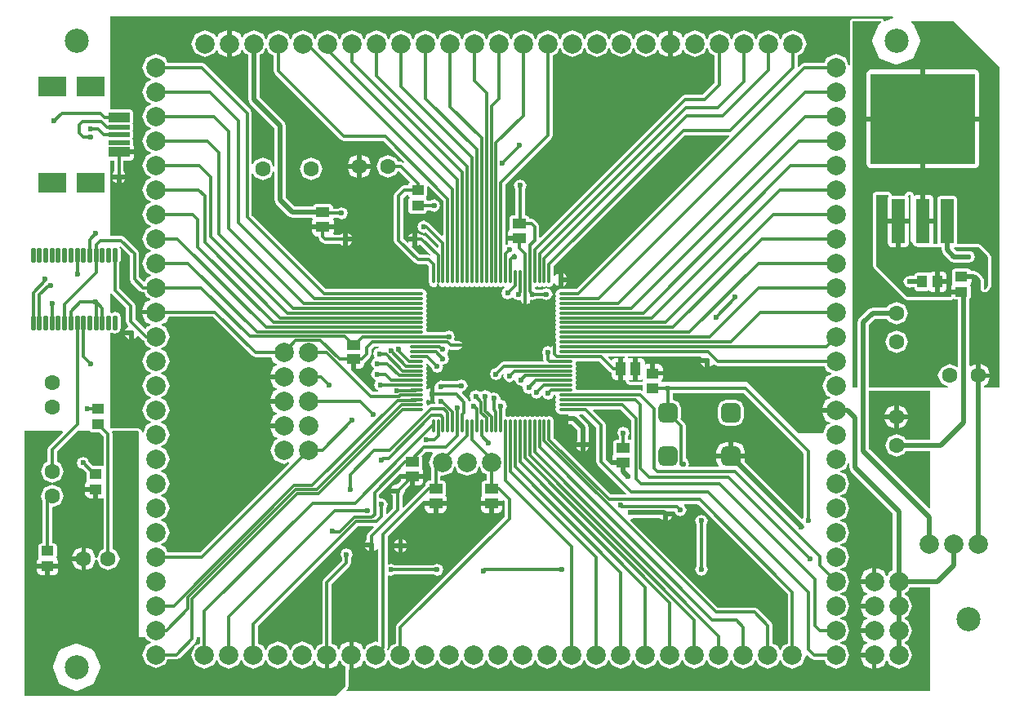
<source format=gtl>
G04 Layer_Physical_Order=1*
G04 Layer_Color=255*
%FSLAX44Y44*%
%MOMM*%
G71*
G01*
G75*
%ADD10R,1.3000X1.0000*%
%ADD11O,0.3000X1.5000*%
%ADD12O,1.5000X0.3000*%
%ADD13R,1.3500X4.6000*%
%ADD14R,10.8000X9.4000*%
%ADD15R,1.4000X1.1000*%
%ADD16R,1.1000X1.4000*%
%ADD17R,1.0000X1.3000*%
%ADD18O,0.5000X1.6000*%
%ADD19R,2.2500X1.0000*%
%ADD20R,2.2500X0.5000*%
%ADD21R,2.9000X2.0000*%
%ADD22C,0.3000*%
%ADD23C,0.5000*%
G04:AMPARAMS|DCode=24|XSize=2mm|YSize=2mm|CornerRadius=0.5mm|HoleSize=0mm|Usage=FLASHONLY|Rotation=180.000|XOffset=0mm|YOffset=0mm|HoleType=Round|Shape=RoundedRectangle|*
%AMROUNDEDRECTD24*
21,1,2.0000,1.0000,0,0,180.0*
21,1,1.0000,2.0000,0,0,180.0*
1,1,1.0000,-0.5000,0.5000*
1,1,1.0000,0.5000,0.5000*
1,1,1.0000,0.5000,-0.5000*
1,1,1.0000,-0.5000,-0.5000*
%
%ADD24ROUNDEDRECTD24*%
%ADD25C,2.5000*%
%ADD26C,1.6000*%
%ADD27C,2.0000*%
%ADD28C,0.6000*%
G36*
X434414Y271879D02*
X430529Y262500D01*
X433050Y256415D01*
X432629Y255400D01*
Y243747D01*
X430500D01*
X428204Y242796D01*
X427253Y240500D01*
Y238733D01*
X426556Y238444D01*
X404026Y215914D01*
X402871Y216392D01*
Y227441D01*
X403358Y227642D01*
X405577Y233000D01*
X405375Y233487D01*
X410059Y238171D01*
X410500D01*
Y245500D01*
X401670D01*
Y243559D01*
X398487Y240375D01*
X398000Y240577D01*
X392642Y238358D01*
X391459Y235500D01*
X398000D01*
Y230500D01*
X391459D01*
X392642Y227642D01*
X393129Y227441D01*
Y215018D01*
X387026Y208914D01*
X385871Y209392D01*
Y215080D01*
X387494Y219000D01*
X385592Y223592D01*
X381000Y225494D01*
X379910Y225043D01*
X378871Y225737D01*
Y228983D01*
X400516Y250627D01*
X400823Y250500D01*
X424330D01*
Y253500D01*
X423061Y256562D01*
X422888Y256633D01*
X423247Y257500D01*
Y268500D01*
X422996Y269107D01*
X427018Y273129D01*
X433697D01*
X434414Y271879D01*
D02*
G37*
G36*
X929811Y539811D02*
X930000Y539354D01*
Y493000D01*
X932603Y490397D01*
Y490000D01*
X933554Y487704D01*
X935850Y486753D01*
X936247D01*
X937000Y486000D01*
X962047D01*
Y483000D01*
X963791Y478791D01*
X970790Y471791D01*
X975000Y470047D01*
X975000Y470047D01*
X988693D01*
X990000Y469506D01*
X994592Y471408D01*
X996494Y476000D01*
X994592Y480592D01*
X990000Y482494D01*
X988693Y481953D01*
X977466D01*
X974669Y484750D01*
X975187Y486000D01*
X999354D01*
X1000457Y485543D01*
X1009543Y476457D01*
X1010000Y475354D01*
Y445646D01*
X1009543Y444543D01*
X1007108Y442108D01*
X1005953Y442586D01*
Y450354D01*
X1005706Y450951D01*
Y451597D01*
X1004457Y454613D01*
X1004000Y455070D01*
X1003753Y455666D01*
X1000166Y459253D01*
X999570Y459500D01*
X999113Y459957D01*
X996097Y461206D01*
X995451D01*
X994854Y461453D01*
X993329D01*
X993092Y461355D01*
X991721Y461769D01*
X991296Y462796D01*
X989000Y463747D01*
X976000D01*
X973704Y462796D01*
X972753Y460500D01*
Y450500D01*
X973341Y449081D01*
X972939Y447561D01*
X971670Y444500D01*
Y442000D01*
X982500D01*
Y437000D01*
X971670D01*
Y434500D01*
X970525Y434000D01*
X927646D01*
X926543Y434457D01*
X918892Y442108D01*
X894457Y466543D01*
X894000Y467646D01*
Y539354D01*
X894189Y539811D01*
X894646Y540000D01*
X906639D01*
X906683Y539983D01*
X906716Y539950D01*
X907155Y538981D01*
X907235Y538691D01*
X906120Y536000D01*
Y515500D01*
X928280D01*
Y536000D01*
X927141Y538750D01*
X927684Y539950D01*
X927717Y539983D01*
X927761Y540000D01*
X929354D01*
X929811Y539811D01*
D02*
G37*
G36*
X445129Y533982D02*
Y498392D01*
X443974Y497914D01*
X431444Y510444D01*
X429783Y511132D01*
X429592Y511592D01*
X425000Y513494D01*
X420408Y511592D01*
X418506Y507000D01*
X420408Y502408D01*
X425000Y500506D01*
X426843Y501269D01*
X440129Y487982D01*
Y485392D01*
X438974Y484914D01*
X426444Y497444D01*
X423000Y498871D01*
X421559D01*
X421358Y499357D01*
X418500Y500541D01*
Y494000D01*
Y487459D01*
X421357Y488642D01*
X421451Y488661D01*
X431516Y478596D01*
X430808Y477536D01*
X430000Y477871D01*
X421017D01*
X412275Y486613D01*
X412983Y487673D01*
X413500Y487459D01*
Y491500D01*
X409459D01*
X409673Y490983D01*
X408613Y490275D01*
X403871Y495018D01*
Y536982D01*
X407018Y540129D01*
X409253D01*
Y540000D01*
X410204Y537704D01*
X410395Y537625D01*
Y536375D01*
X410204Y536296D01*
X409253Y534000D01*
Y524000D01*
X410204Y521704D01*
X412500Y520753D01*
X425500D01*
X427796Y521704D01*
X428747Y524000D01*
Y524129D01*
X432080D01*
X436000Y522506D01*
X440592Y524408D01*
X442494Y529000D01*
X440592Y533592D01*
X436000Y535494D01*
X432080Y533871D01*
X428747D01*
Y534000D01*
X427796Y536296D01*
X427606Y536375D01*
Y537625D01*
X427796Y537704D01*
X428747Y540000D01*
Y548597D01*
X429997Y549114D01*
X445129Y533982D01*
D02*
G37*
G36*
X246956Y373156D02*
X250400Y371729D01*
X266864D01*
X269285Y365885D01*
X272568Y364525D01*
Y363275D01*
X269285Y361915D01*
X265882Y353700D01*
X280000D01*
Y348700D01*
X265882D01*
X269285Y340485D01*
X272567Y339126D01*
Y337876D01*
X269284Y336516D01*
X265881Y328301D01*
X279999D01*
Y323301D01*
X265881D01*
X269284Y315086D01*
X272568Y313725D01*
Y312475D01*
X269285Y311115D01*
X265882Y302900D01*
X280000D01*
Y297900D01*
X265882D01*
X269285Y289685D01*
X273874Y287784D01*
Y286534D01*
X270050Y284950D01*
X265929Y275000D01*
X270050Y265050D01*
X280000Y260929D01*
X284621Y262843D01*
X285315Y261804D01*
X192883Y169372D01*
X159553D01*
X157449Y174451D01*
X152318Y176576D01*
Y177826D01*
X157449Y179951D01*
X161570Y189901D01*
X157449Y199851D01*
X152318Y201976D01*
Y203226D01*
X157449Y205351D01*
X161570Y215301D01*
X157449Y225251D01*
X152320Y227375D01*
Y228625D01*
X157450Y230750D01*
X161571Y240700D01*
X157450Y250650D01*
X152319Y252775D01*
Y254025D01*
X157450Y256150D01*
X161571Y266100D01*
X157450Y276050D01*
X152316Y278176D01*
Y279426D01*
X157448Y281552D01*
X161569Y291502D01*
X157448Y301451D01*
X152317Y303577D01*
Y304827D01*
X157448Y306952D01*
X161569Y316902D01*
X157448Y326851D01*
X152319Y328976D01*
Y330226D01*
X157449Y332351D01*
X161570Y342301D01*
X157449Y352251D01*
X152318Y354376D01*
Y355626D01*
X157449Y357751D01*
X161570Y367701D01*
X157449Y377651D01*
X152318Y379776D01*
Y381026D01*
X157449Y383151D01*
X161570Y393101D01*
X157449Y403051D01*
X153625Y404635D01*
Y405885D01*
X158214Y407786D01*
X160635Y413630D01*
X206482D01*
X246956Y373156D01*
D02*
G37*
G36*
X378722Y381379D02*
X374408Y379592D01*
X372506Y375000D01*
X374403Y370419D01*
X372408Y369592D01*
X370506Y365000D01*
X372408Y360408D01*
X373091Y360125D01*
Y358875D01*
X372408Y358592D01*
X370506Y354000D01*
X372408Y349408D01*
X374658Y348476D01*
X375167Y347010D01*
X373506Y343000D01*
X375408Y338408D01*
X377911Y337371D01*
X377663Y336121D01*
X371768D01*
X349373Y358516D01*
X349500Y358823D01*
Y369500D01*
X354500D01*
Y359670D01*
X359000D01*
X362062Y360938D01*
X363330Y364000D01*
Y365801D01*
X363944Y366056D01*
X369444Y371556D01*
X370871Y375000D01*
Y379982D01*
X373517Y382629D01*
X378473D01*
X378722Y381379D01*
D02*
G37*
G36*
X264452Y687051D02*
X269531Y684947D01*
Y668598D01*
X270958Y665154D01*
X338556Y597556D01*
X342000Y596129D01*
X382982D01*
X404723Y574389D01*
X404015Y573329D01*
X401500Y574371D01*
X397889D01*
X396419Y577919D01*
X388000Y581406D01*
X379581Y577919D01*
X376094Y569500D01*
X379581Y561081D01*
X388000Y557594D01*
X396419Y561081D01*
X397889Y564629D01*
X399482D01*
X410548Y553564D01*
X410304Y552338D01*
X410204Y552296D01*
X409253Y550000D01*
Y549871D01*
X405000D01*
X401556Y548444D01*
X395556Y542444D01*
X394129Y539000D01*
Y493000D01*
X395556Y489556D01*
X415556Y469556D01*
X419000Y468129D01*
X427982D01*
X430129Y465983D01*
Y461000D01*
Y460000D01*
Y449000D01*
X431556Y445556D01*
X435000Y444129D01*
X436193Y444624D01*
X437500Y444082D01*
Y445164D01*
X438445Y445555D01*
X439871Y449000D01*
Y455000D01*
X440129D01*
Y449000D01*
X441555Y445555D01*
X442500Y445164D01*
Y444082D01*
X443807Y444624D01*
X445000Y444129D01*
X447500Y445165D01*
X450000Y444129D01*
X452500Y445165D01*
X455000Y444129D01*
X457500Y445165D01*
X460000Y444129D01*
X462500Y445165D01*
X465000Y444129D01*
X467500Y445165D01*
X470000Y444129D01*
X472500Y445165D01*
X475000Y444129D01*
X477500Y445165D01*
X480000Y444129D01*
X482500Y445165D01*
X485000Y444129D01*
X487500Y445165D01*
X490000Y444129D01*
X492500Y445165D01*
X495000Y444129D01*
X497500Y445165D01*
X500000Y444129D01*
X502500Y445165D01*
X505000Y444129D01*
X507500Y445165D01*
X508926Y444574D01*
Y443221D01*
X507408Y442592D01*
X505506Y438000D01*
X507408Y433408D01*
X512000Y431506D01*
X516592Y433408D01*
X516668Y433591D01*
X517918D01*
X518408Y432408D01*
X523000Y430506D01*
X524090Y430957D01*
X525346Y431477D01*
X526556Y428556D01*
X527556Y427556D01*
X531000Y426129D01*
X534444Y427556D01*
X534871Y428586D01*
Y430677D01*
X535910Y431371D01*
X538000Y430506D01*
X541920Y432129D01*
X548080D01*
X552000Y430506D01*
X556592Y432408D01*
X558494Y437000D01*
X556592Y441592D01*
X552000Y443494D01*
X548080Y441871D01*
X541920D01*
X539871Y442719D01*
Y444043D01*
X540000Y444129D01*
X542500Y445165D01*
X545000Y444129D01*
X547500Y445165D01*
X550000Y444129D01*
X552500Y445165D01*
X555000Y444129D01*
X558444Y445556D01*
X559592Y448327D01*
X560945D01*
X561642Y446642D01*
X564500Y445459D01*
Y452000D01*
Y458541D01*
X561642Y457358D01*
X561097Y456040D01*
X559871Y456284D01*
Y465983D01*
X696018Y602129D01*
X741473D01*
X741991Y600879D01*
X583483Y442371D01*
X566500D01*
X563056Y440944D01*
X561629Y437500D01*
X562665Y435000D01*
X561629Y432500D01*
X562665Y430000D01*
X561629Y427500D01*
X562665Y425000D01*
X561629Y422500D01*
X562665Y420000D01*
X561629Y417500D01*
X562665Y415000D01*
X561629Y412500D01*
X562665Y410000D01*
X561629Y407500D01*
X562665Y405000D01*
X561629Y402500D01*
X562665Y400000D01*
X561629Y397500D01*
X562665Y395000D01*
X561629Y392500D01*
X562665Y390000D01*
X561976Y388337D01*
X561629Y387500D01*
X562665Y385000D01*
X562022Y383447D01*
X561000Y383871D01*
X557556Y382444D01*
X557406Y382083D01*
X554000Y383494D01*
X549408Y381592D01*
X547506Y377000D01*
X549129Y373080D01*
Y369000D01*
X549374Y368410D01*
X548679Y367371D01*
X508500D01*
X505056Y365944D01*
X499328Y360216D01*
X495408Y358592D01*
X493506Y354000D01*
X495408Y349408D01*
X500000Y347506D01*
X504592Y349408D01*
X506216Y353327D01*
X507091Y354203D01*
X508130Y353508D01*
X507506Y352000D01*
X509408Y347408D01*
X514000Y345506D01*
X518592Y347408D01*
X519848Y347173D01*
X521408Y343408D01*
X526000Y341506D01*
X527061Y341945D01*
X527945Y341061D01*
X527506Y340000D01*
X529408Y335408D01*
X534000Y333506D01*
X535813Y334257D01*
X537408Y330408D01*
X542000Y328506D01*
X546592Y330408D01*
X547168Y331798D01*
X548418D01*
X549408Y329408D01*
X554000Y327506D01*
X558592Y329408D01*
X559927Y332629D01*
X561543D01*
X561629Y332500D01*
X562665Y330000D01*
X561629Y327500D01*
X562665Y325000D01*
X561629Y322500D01*
X562665Y320000D01*
X561629Y317500D01*
X563056Y314056D01*
X565847Y312900D01*
D01*
X566500Y312629D01*
X575000D01*
Y302047D01*
X578534D01*
X584047Y296534D01*
Y284920D01*
X583459Y283500D01*
X596541D01*
X595953Y284920D01*
Y299000D01*
X594210Y303209D01*
X586040Y311379D01*
X586558Y312629D01*
X590482D01*
X604129Y298983D01*
Y263000D01*
X605556Y259556D01*
X635086Y230026D01*
X634608Y228871D01*
X619017D01*
X559871Y288018D01*
Y295000D01*
Y306000D01*
X558444Y309444D01*
X555000Y310871D01*
X552500Y309835D01*
X550000Y310871D01*
X547500Y309835D01*
X545000Y310871D01*
X542500Y309835D01*
X540000Y310871D01*
X537500Y309835D01*
X535000Y310871D01*
X532500Y309835D01*
X530000Y310871D01*
X527500Y309835D01*
X525000Y310871D01*
X522500Y309835D01*
X520000Y310871D01*
X517500Y309835D01*
X515000Y310871D01*
X512500Y309835D01*
X510000Y310871D01*
X509871Y310957D01*
Y317080D01*
D01*
X511494Y321000D01*
X509592Y325592D01*
X505191Y327415D01*
X504227Y328354D01*
X504494Y329000D01*
X502592Y333592D01*
X498000Y335494D01*
X494272Y333950D01*
X493592Y335592D01*
X489000Y337494D01*
X484866Y335782D01*
X484866D01*
X484408Y335592D01*
X483592Y335592D01*
X483134Y335782D01*
D01*
X479000Y337494D01*
X474408Y335592D01*
X472506Y331000D01*
X474403Y326419D01*
X472408Y325592D01*
X471376Y326194D01*
X470444Y328444D01*
X464520Y334368D01*
X464813Y335843D01*
X468592Y337408D01*
X470494Y342000D01*
X468592Y346592D01*
X464000Y348494D01*
X460080Y346871D01*
X444506D01*
X443000Y347494D01*
X438408Y345592D01*
X436506Y341000D01*
X436611Y340745D01*
X436500Y340634D01*
Y333000D01*
Y326006D01*
X436506Y326000D01*
X437371Y323910D01*
X436677Y322871D01*
X432500D01*
X429334Y321559D01*
X428499Y322167D01*
X428326Y322392D01*
X428371Y322500D01*
X427335Y325000D01*
X428014Y326638D01*
X428534Y327468D01*
X429526Y327277D01*
X431500Y326459D01*
Y333000D01*
Y339541D01*
X428643Y338358D01*
X428016D01*
X427335Y340000D01*
X428371Y342500D01*
X427335Y345000D01*
X428371Y347500D01*
X427335Y350000D01*
X428371Y352500D01*
X427335Y355000D01*
X428371Y357500D01*
X427335Y360000D01*
X428371Y362500D01*
X427747Y364006D01*
X427953Y364391D01*
X429492Y364620D01*
X432784Y361328D01*
X434266Y357751D01*
X434408Y357408D01*
X439000Y355506D01*
X443592Y357408D01*
X445494Y362000D01*
X445287Y362500D01*
X444909Y363414D01*
D01*
X445000Y363506D01*
X449592Y365408D01*
X451494Y370000D01*
X449782Y374133D01*
X449653Y375000D01*
X449782Y375867D01*
X451407Y379789D01*
X453000Y379129D01*
X461000D01*
X464444Y380556D01*
X465871Y384000D01*
X464444Y387444D01*
X461000Y388871D01*
X456909D01*
X456214Y389910D01*
X457494Y393000D01*
X455592Y397592D01*
X451000Y399494D01*
X446408Y397592D01*
X446316Y397371D01*
X428457D01*
X428371Y397500D01*
X427335Y400000D01*
X428371Y402500D01*
X427335Y405000D01*
X428371Y407500D01*
X427335Y410000D01*
X428371Y412500D01*
X427335Y415000D01*
X428371Y417500D01*
X427335Y420000D01*
X428371Y422500D01*
X427335Y425000D01*
X428371Y427500D01*
X427335Y430000D01*
X428371Y432500D01*
X427335Y435000D01*
X428371Y437500D01*
X426944Y440944D01*
X423500Y442371D01*
X323517D01*
X246871Y519017D01*
Y561920D01*
X248097Y562164D01*
X249581Y558581D01*
X258000Y555094D01*
X266419Y558581D01*
X268797Y564322D01*
X270047Y564073D01*
Y535000D01*
X271791Y530790D01*
X284790Y517790D01*
X289000Y516047D01*
X309291D01*
X310122Y514797D01*
X309170Y512500D01*
Y509500D01*
X331830D01*
Y512500D01*
X330844Y514879D01*
X331627Y516129D01*
X336080D01*
X340000Y514506D01*
X344592Y516408D01*
X346494Y521000D01*
X344592Y525592D01*
X340000Y527494D01*
X336080Y525871D01*
X330747D01*
Y527500D01*
X329796Y529796D01*
X327500Y530747D01*
X313500D01*
X311204Y529796D01*
X310441Y527953D01*
X291466D01*
X281953Y537466D01*
Y612000D01*
X280210Y616209D01*
X254956Y641463D01*
Y685396D01*
X258952Y687052D01*
X261077Y692181D01*
X262327D01*
X264452Y687051D01*
D02*
G37*
G36*
X819129Y271982D02*
Y205920D01*
X818235Y203762D01*
X817010Y203518D01*
X757604Y262924D01*
X757991Y263859D01*
Y266359D01*
X743250D01*
X728508D01*
Y263859D01*
X730558Y258910D01*
X729864Y257871D01*
X700323D01*
X699629Y258910D01*
X700494Y261000D01*
X698592Y265592D01*
X696871Y266305D01*
Y300109D01*
X695444Y303553D01*
X691390Y307607D01*
X691909Y308859D01*
Y318859D01*
X689372Y324982D01*
X683250Y327518D01*
X683120D01*
Y334129D01*
X756982D01*
X819129Y271982D01*
D02*
G37*
G36*
X802530Y125582D02*
Y74554D01*
X797451Y72451D01*
X795325Y67317D01*
X794075D01*
X791949Y72449D01*
X786870Y74553D01*
Y93001D01*
X785443Y96445D01*
X771449Y110439D01*
X768005Y111866D01*
X730012D01*
X639571Y202307D01*
X639864Y203781D01*
X642920Y205047D01*
X670061D01*
X670642Y203642D01*
X673500Y202459D01*
Y209000D01*
X676000D01*
Y211500D01*
X683256D01*
X683509Y211879D01*
X684970D01*
X686408Y208408D01*
X691000Y206506D01*
X695592Y208408D01*
X697494Y213000D01*
X695592Y217592D01*
X694841Y217903D01*
X695085Y219129D01*
X708982D01*
X802530Y125582D01*
D02*
G37*
G36*
X120129Y476982D02*
Y453000D01*
X121556Y449556D01*
X130656Y440456D01*
X134100Y439029D01*
X135446D01*
X137550Y433950D01*
X141373Y432367D01*
Y431117D01*
X136784Y429216D01*
X133381Y421001D01*
X147499D01*
Y416001D01*
X133381D01*
X136784Y407786D01*
X141374Y405885D01*
Y404635D01*
X137549Y403051D01*
X136893Y401465D01*
X135667Y401222D01*
X125871Y411017D01*
Y425000D01*
X124444Y428444D01*
X109621Y443268D01*
Y469637D01*
X110703Y472250D01*
Y483250D01*
X109720Y485624D01*
X110779Y486332D01*
X120129Y476982D01*
D02*
G37*
G36*
X485450Y252550D02*
X490529Y250446D01*
Y243747D01*
X488400D01*
X486104Y242796D01*
X485153Y240500D01*
Y229500D01*
X485512Y228633D01*
X485339Y228561D01*
X484899Y227500D01*
X484071Y225500D01*
Y222500D01*
X495400D01*
X506730D01*
Y222749D01*
X507884Y223227D01*
X509129Y221982D01*
Y206017D01*
X459112Y156000D01*
X397557Y94445D01*
X396130Y91001D01*
Y74554D01*
X391051Y72451D01*
X388967Y67420D01*
X387770Y67406D01*
X387245Y68390D01*
X387871Y69900D01*
Y144677D01*
X388910Y145371D01*
X391000Y144506D01*
X394920Y146129D01*
X435080D01*
X439000Y144506D01*
X443592Y146408D01*
X445494Y151000D01*
X443592Y155592D01*
X439000Y157494D01*
X435080Y155871D01*
X394920D01*
X391000Y157494D01*
X388910Y156629D01*
X387871Y157323D01*
Y157446D01*
Y185982D01*
X425016Y223127D01*
X426170Y222649D01*
Y222500D01*
X437500D01*
X448829D01*
Y225500D01*
X448441Y226439D01*
X447898Y227750D01*
D01*
X447561Y228561D01*
X447388Y228633D01*
X447747Y229500D01*
Y240500D01*
X446796Y242796D01*
X444500Y243747D01*
X442371D01*
Y248227D01*
X443410Y248922D01*
X444600Y248429D01*
X454550Y252550D01*
X456675Y257681D01*
X457925D01*
X460050Y252550D01*
X470000Y248429D01*
X479950Y252550D01*
X482075Y257681D01*
X483325D01*
X485450Y252550D01*
D02*
G37*
G36*
X101306Y437806D02*
X116129Y422982D01*
Y409000D01*
X117556Y405556D01*
X118754Y404357D01*
X118511Y403131D01*
X116643Y402357D01*
X115459Y399500D01*
X122000D01*
Y397000D01*
X124500D01*
Y390459D01*
X127358Y391642D01*
X128131Y393511D01*
X129357Y393754D01*
X133455Y389657D01*
X135145Y388957D01*
X137549Y383151D01*
X142680Y381026D01*
Y379776D01*
X137549Y377651D01*
X133428Y367701D01*
X137549Y357751D01*
X142680Y355626D01*
Y354376D01*
X137549Y352251D01*
X133428Y342301D01*
X137549Y332351D01*
X142679Y330226D01*
Y328976D01*
X137549Y326851D01*
X133427Y316902D01*
X137549Y306952D01*
X142679Y304827D01*
Y303577D01*
X137549Y301451D01*
X134480Y294042D01*
X133763Y294018D01*
X133178Y294167D01*
X132296Y296296D01*
X131296Y297296D01*
X129000Y298247D01*
X102487D01*
X102180Y298120D01*
X101854Y298185D01*
X101250Y297781D01*
X100757Y297923D01*
X100000Y298570D01*
Y396522D01*
X101500Y397143D01*
X104750Y395797D01*
X108960Y397541D01*
X110703Y401750D01*
Y412750D01*
X108960Y416959D01*
X104750Y418703D01*
X101500Y417357D01*
X100000Y417978D01*
Y437755D01*
X101226Y437999D01*
X101306Y437806D01*
D02*
G37*
G36*
X130000Y294000D02*
Y81000D01*
X136452D01*
X137549Y78352D01*
X142682Y76226D01*
Y74976D01*
X137550Y72850D01*
X133429Y62900D01*
X137550Y52950D01*
X147500Y48829D01*
X157450Y52950D01*
X159554Y58029D01*
X168900D01*
X172344Y59456D01*
X188444Y75556D01*
X189871Y79000D01*
Y81000D01*
X192931D01*
Y74555D01*
X187852Y72451D01*
X183731Y62502D01*
X187852Y52552D01*
X197802Y48431D01*
X207751Y52552D01*
X209877Y57683D01*
X211127D01*
X213252Y52552D01*
X223202Y48431D01*
X233151Y52552D01*
X235276Y57681D01*
X236526D01*
X238651Y52551D01*
X248601Y48430D01*
X258551Y52551D01*
X260676Y57682D01*
X261926D01*
X264051Y52551D01*
X274001Y48430D01*
X283951Y52551D01*
X286076Y57682D01*
X287326D01*
X289451Y52551D01*
X299401Y48430D01*
X309351Y52551D01*
X310935Y56375D01*
X312185D01*
X314086Y51786D01*
X322301Y48383D01*
Y62501D01*
X327301D01*
Y48383D01*
X335516Y51786D01*
X337416Y56374D01*
X338666D01*
X340250Y52550D01*
X344000Y50997D01*
Y30000D01*
X334000Y20000D01*
X11000D01*
X11000Y81000D01*
X11000D01*
Y295000D01*
X50479D01*
X50957Y293845D01*
X36556Y279444D01*
X35129Y276000D01*
Y262789D01*
X31581Y261319D01*
X28094Y252900D01*
X31581Y244481D01*
X40000Y240994D01*
X48419Y244481D01*
X51906Y252900D01*
X48419Y261319D01*
X44871Y262789D01*
Y273983D01*
X65888Y295000D01*
X78581D01*
X78704Y294704D01*
X81000Y293753D01*
X88859D01*
X93029Y289583D01*
Y259239D01*
X91990Y258544D01*
X91500Y258747D01*
X82141D01*
X78216Y262673D01*
X76592Y266592D01*
X72000Y268494D01*
X67408Y266592D01*
X65506Y262000D01*
X67408Y257408D01*
X71328Y255784D01*
X75253Y251859D01*
Y245500D01*
X75841Y244081D01*
X75439Y242561D01*
X74170Y239500D01*
Y237000D01*
X85000D01*
Y234500D01*
X87500D01*
Y225170D01*
X91500D01*
X91990Y225373D01*
X93029Y224679D01*
Y172389D01*
X89481Y170919D01*
X86418Y163524D01*
X85065D01*
X81684Y171684D01*
X75000Y174453D01*
Y162500D01*
Y150547D01*
X81684Y153316D01*
X85065Y161476D01*
X86418D01*
X89481Y154081D01*
X97900Y150594D01*
X106319Y154081D01*
X109806Y162500D01*
X106319Y170919D01*
X102771Y172389D01*
Y291600D01*
X101793Y293961D01*
X102487Y295000D01*
X129000D01*
X130000Y294000D01*
D02*
G37*
G36*
X640129Y305982D02*
Y286904D01*
X639090Y286210D01*
X639000Y286247D01*
X636871D01*
Y289080D01*
X638494Y293000D01*
X636592Y297592D01*
X632000Y299494D01*
X627408Y297592D01*
X625506Y293000D01*
X627129Y289080D01*
Y286247D01*
X625000D01*
X622704Y285296D01*
X621753Y283000D01*
Y272000D01*
X622112Y271133D01*
X621939Y271061D01*
X620671Y268000D01*
Y265000D01*
X632000D01*
Y260000D01*
X620671D01*
Y259851D01*
X619516Y259373D01*
X613871Y265018D01*
Y301000D01*
X612444Y304444D01*
X600414Y316474D01*
X600892Y317629D01*
X628483D01*
X640129Y305982D01*
D02*
G37*
G36*
X866047Y261229D02*
Y257000D01*
X867791Y252791D01*
X911545Y209035D01*
Y150306D01*
X907549Y148651D01*
X905965Y144826D01*
X904715D01*
X902814Y149416D01*
X894599Y152819D01*
Y138701D01*
X892099D01*
Y136201D01*
X877981D01*
X881384Y127986D01*
X884667Y126626D01*
Y125376D01*
X881384Y124016D01*
X877981Y115801D01*
X892099D01*
Y110801D01*
X877981D01*
X881384Y102586D01*
X884665Y101226D01*
Y99976D01*
X881383Y98617D01*
X877980Y90402D01*
X892098D01*
Y85402D01*
X877980D01*
X881383Y77186D01*
X884667Y75826D01*
Y74576D01*
X881384Y73216D01*
X877981Y65001D01*
X892099D01*
Y62501D01*
X894599D01*
Y48383D01*
X902814Y51786D01*
X904715Y56375D01*
X905965D01*
X907549Y52551D01*
X917499Y48430D01*
X927448Y52551D01*
X931570Y62501D01*
X927448Y72451D01*
X923452Y74106D01*
Y76297D01*
X927448Y77952D01*
X931569Y87902D01*
X927448Y97851D01*
X923451Y99507D01*
Y101695D01*
X927448Y103351D01*
X931570Y113301D01*
X927448Y123251D01*
X923452Y124906D01*
Y127096D01*
X927448Y128751D01*
X929104Y132748D01*
X950000D01*
Y25000D01*
X345225D01*
X344747Y26155D01*
X346296Y27704D01*
X347247Y30000D01*
Y47445D01*
X347700Y47747D01*
Y62500D01*
Y76618D01*
X339485Y73215D01*
X337584Y68627D01*
X336334D01*
X334751Y72451D01*
X329672Y74554D01*
Y135783D01*
X348444Y154556D01*
X349871Y158000D01*
Y163080D01*
X351494Y167000D01*
X349592Y171592D01*
X345000Y173494D01*
X340408Y171592D01*
X338506Y167000D01*
X340129Y163080D01*
Y160018D01*
X321357Y141245D01*
X319930Y137801D01*
Y74554D01*
X314851Y72451D01*
X312726Y67320D01*
X311476D01*
X309351Y72451D01*
X299401Y76572D01*
X289451Y72451D01*
X287326Y67320D01*
X286076D01*
X283951Y72451D01*
X274001Y76572D01*
X264051Y72451D01*
X261926Y67320D01*
X260676D01*
X258551Y72451D01*
X253472Y74554D01*
Y92583D01*
X357018Y196129D01*
X372608D01*
X373086Y194974D01*
X367556Y189444D01*
X366129Y186000D01*
Y182559D01*
X365642Y182358D01*
X364459Y179500D01*
X371000D01*
Y177000D01*
X373500D01*
Y170459D01*
X376357Y171642D01*
X376903Y172960D01*
X378129Y172716D01*
Y76648D01*
X377090Y75954D01*
X375600Y76571D01*
X365650Y72450D01*
X364066Y68626D01*
X362816D01*
X360915Y73215D01*
X352700Y76618D01*
Y62500D01*
Y48382D01*
X360915Y51785D01*
X362816Y56374D01*
X364066D01*
X365650Y52550D01*
X375600Y48429D01*
X385550Y52550D01*
X387676Y57682D01*
X388926D01*
X391051Y52551D01*
X401001Y48430D01*
X410951Y52551D01*
X413076Y57682D01*
X414326D01*
X416451Y52551D01*
X426401Y48430D01*
X436351Y52551D01*
X438475Y57681D01*
X439725D01*
X441850Y52550D01*
X451800Y48429D01*
X461750Y52550D01*
X463875Y57681D01*
X465125D01*
X467250Y52550D01*
X477200Y48429D01*
X487150Y52550D01*
X489275Y57681D01*
X490525D01*
X492650Y52550D01*
X502600Y48429D01*
X512550Y52550D01*
X514675Y57681D01*
X515925D01*
X518050Y52550D01*
X528000Y48429D01*
X537950Y52550D01*
X540074Y57680D01*
X541324D01*
X543449Y52549D01*
X553399Y48428D01*
X563349Y52549D01*
X565474Y57680D01*
X566724D01*
X568849Y52549D01*
X578799Y48428D01*
X588749Y52549D01*
X590875Y57683D01*
X592125D01*
X594251Y52551D01*
X604201Y48430D01*
X614151Y52551D01*
X616276Y57682D01*
X617526D01*
X619651Y52551D01*
X629601Y48430D01*
X639551Y52551D01*
X641675Y57680D01*
X642925D01*
X645050Y52550D01*
X655000Y48429D01*
X664950Y52550D01*
X667075Y57681D01*
X668325D01*
X670450Y52550D01*
X680400Y48429D01*
X690350Y52550D01*
X692475Y57681D01*
X693725D01*
X695850Y52550D01*
X705800Y48429D01*
X715750Y52550D01*
X717875Y57681D01*
X719125D01*
X721250Y52550D01*
X731200Y48429D01*
X741150Y52550D01*
X743274Y57680D01*
X744524D01*
X746649Y52549D01*
X756599Y48428D01*
X766549Y52549D01*
X768674Y57680D01*
X769924D01*
X772049Y52549D01*
X781999Y48428D01*
X791949Y52549D01*
X794075Y57683D01*
X795325D01*
X797451Y52551D01*
X807401Y48430D01*
X817350Y52551D01*
X821288Y62056D01*
X822627Y62485D01*
X826057Y59055D01*
X829501Y57628D01*
X840446D01*
X842549Y52549D01*
X852499Y48428D01*
X862449Y52549D01*
X866570Y62499D01*
X862449Y72449D01*
X857318Y74574D01*
Y75824D01*
X862449Y77949D01*
X866570Y87899D01*
X862449Y97849D01*
X857320Y99974D01*
Y101224D01*
X862450Y103349D01*
X866571Y113298D01*
X862450Y123248D01*
X857319Y125373D01*
Y126623D01*
X862450Y128749D01*
X866571Y138698D01*
X862450Y148648D01*
X857319Y150773D01*
Y152023D01*
X862450Y154149D01*
X866571Y164098D01*
X862450Y174048D01*
X857319Y176173D01*
Y177423D01*
X862450Y179549D01*
X866571Y189498D01*
X862450Y199448D01*
X857320Y201573D01*
Y202823D01*
X862451Y204948D01*
X866572Y214898D01*
X862451Y224847D01*
X857320Y226973D01*
Y228223D01*
X862451Y230348D01*
X866572Y240298D01*
X862451Y250247D01*
X857318Y252373D01*
Y253623D01*
X862450Y255749D01*
X864821Y261473D01*
X866047Y261229D01*
D02*
G37*
G36*
X1022000Y673000D02*
X1022000Y340000D01*
X1006352D01*
Y342142D01*
X1009184Y343316D01*
X1011953Y350000D01*
X1000000D01*
Y352500D01*
X997500D01*
Y364453D01*
X991992Y362172D01*
X990953Y362866D01*
Y432062D01*
X991296Y432204D01*
X992247Y434500D01*
Y444500D01*
X991659Y445919D01*
X992061Y447439D01*
X993329Y450500D01*
Y453000D01*
X982500D01*
Y458000D01*
X993329D01*
Y458206D01*
X994854D01*
X997870Y456957D01*
X1001457Y453370D01*
X1002706Y450354D01*
Y442586D01*
X1002953Y441990D01*
Y441344D01*
X1003410Y440887D01*
X1003657Y440290D01*
X1004254Y440043D01*
X1004710Y439586D01*
X1005865Y439108D01*
X1006511D01*
X1007108Y438861D01*
X1007705Y439108D01*
X1008351D01*
X1008807Y439565D01*
X1009404Y439812D01*
X1012296Y442704D01*
X1013247Y445000D01*
Y476000D01*
X1012296Y478296D01*
X1002296Y488296D01*
X1000000Y489247D01*
X978500D01*
X977997Y490000D01*
Y536000D01*
X977046Y538296D01*
X974750Y539247D01*
X961250D01*
X958954Y538296D01*
X958003Y536000D01*
Y490000D01*
X957500Y489247D01*
X954183D01*
X953680Y490000D01*
Y510500D01*
X942600D01*
Y513000D01*
X940100D01*
Y540330D01*
X935850D01*
X933939Y539538D01*
X933247Y540000D01*
X932296Y542296D01*
X930000Y543247D01*
X927706D01*
X927156Y543019D01*
X926561Y543038D01*
X926053Y542562D01*
X925410Y542296D01*
X925182Y541746D01*
X924748Y541339D01*
X924182Y540089D01*
X924161Y540013D01*
X924140Y539993D01*
X923177Y539247D01*
X910450D01*
X910259Y539938D01*
Y539993D01*
X910239Y540014D01*
X910218Y540089D01*
X909652Y541339D01*
X909218Y541746D01*
X908990Y542296D01*
X908347Y542562D01*
X907839Y543038D01*
X907244Y543019D01*
X906694Y543247D01*
X894000D01*
X891704Y542296D01*
X890753Y540000D01*
Y467000D01*
X891704Y464704D01*
X924704Y431704D01*
X927000Y430753D01*
X971336D01*
X971644Y430880D01*
X971970Y430815D01*
X972757Y431341D01*
X973632Y431704D01*
X973760Y432011D01*
X973916Y432116D01*
X976000Y431253D01*
X979047D01*
Y361924D01*
X977797Y361177D01*
X970000Y364406D01*
X961581Y360919D01*
X958094Y352500D01*
X961581Y344081D01*
X968416Y341250D01*
X968167Y340000D01*
X886953D01*
Y405534D01*
X892966Y411547D01*
X905560D01*
X906581Y409081D01*
X915000Y405594D01*
X923419Y409081D01*
X926906Y417500D01*
X923419Y425919D01*
X915000Y429406D01*
X906581Y425919D01*
X905560Y423453D01*
X890500D01*
X886291Y421710D01*
X876790Y412210D01*
X875047Y408000D01*
Y340000D01*
X870000D01*
X870000Y720000D01*
X899333D01*
X899577Y718774D01*
X898450Y718307D01*
X896693Y716550D01*
X890352Y701243D01*
Y700000D01*
Y698757D01*
X896693Y683450D01*
X898450Y681693D01*
X913757Y675352D01*
X914403D01*
X915000Y675105D01*
X915597Y675352D01*
X916243D01*
X931550Y681693D01*
X933307Y683450D01*
X939648Y698757D01*
Y700000D01*
Y701243D01*
X933307Y716550D01*
X931550Y718307D01*
X930423Y718774D01*
X930667Y720000D01*
X975000D01*
X1022000Y673000D01*
D02*
G37*
G36*
X911590Y723750D02*
X903194Y720272D01*
X902518Y720633D01*
X901991Y721421D01*
X901629Y722296D01*
X901322Y722423D01*
X901137Y722700D01*
X900208Y722885D01*
X899333Y723247D01*
X870000D01*
X867704Y722296D01*
X866753Y720000D01*
Y674926D01*
X865503Y674677D01*
X862450Y682048D01*
X852500Y686170D01*
X842550Y682048D01*
X840446Y676969D01*
X820098D01*
X816654Y675543D01*
X813921Y672809D01*
X812671Y673327D01*
Y684946D01*
X817750Y687049D01*
X821871Y696999D01*
X817750Y706949D01*
X807800Y711070D01*
X797850Y706949D01*
X795725Y701818D01*
X794475D01*
X792350Y706949D01*
X782400Y711070D01*
X772450Y706949D01*
X770325Y701820D01*
X769076D01*
X766951Y706950D01*
X757001Y711071D01*
X747051Y706950D01*
X744926Y701819D01*
X743676D01*
X741551Y706950D01*
X731601Y711071D01*
X721651Y706950D01*
X719526Y701819D01*
X718276D01*
X716151Y706950D01*
X706201Y711071D01*
X696251Y706950D01*
X694667Y703126D01*
X693417D01*
X691516Y707715D01*
X683301Y711118D01*
Y697000D01*
Y682882D01*
X691516Y686285D01*
X693417Y690874D01*
X694667D01*
X696251Y687050D01*
X706201Y682929D01*
X716151Y687050D01*
X718276Y692181D01*
X719526D01*
X721651Y687050D01*
X726730Y684946D01*
Y656618D01*
X713982Y643871D01*
X696000D01*
X692556Y642444D01*
X546026Y495914D01*
X544871Y496392D01*
Y507000D01*
X543444Y510444D01*
X539944Y513944D01*
X536500Y515371D01*
X534247D01*
Y516000D01*
X533296Y518296D01*
X531000Y519247D01*
X529871D01*
Y546080D01*
X531494Y550000D01*
X529592Y554592D01*
X525000Y556494D01*
X520408Y554592D01*
X518506Y550000D01*
X520129Y546080D01*
Y519247D01*
X517000D01*
X514704Y518296D01*
X513753Y516000D01*
Y505000D01*
X514112Y504133D01*
X513939Y504062D01*
X512671Y501000D01*
Y498000D01*
X524000D01*
Y493000D01*
X512671D01*
Y490000D01*
X513044Y489098D01*
X510910Y488214D01*
X509871Y488909D01*
Y550983D01*
X557246Y598358D01*
X558672Y601802D01*
Y684947D01*
X563751Y687051D01*
X565876Y692180D01*
X567126D01*
X569251Y687050D01*
X579201Y682929D01*
X589151Y687050D01*
X591276Y692181D01*
X592526D01*
X594651Y687050D01*
X604601Y682929D01*
X614551Y687050D01*
X616676Y692182D01*
X617926D01*
X620052Y687051D01*
X630002Y682930D01*
X639951Y687051D01*
X642077Y692182D01*
X643327D01*
X645452Y687051D01*
X655402Y682930D01*
X665351Y687051D01*
X666935Y690874D01*
X668185D01*
X670086Y686285D01*
X678301Y682882D01*
Y697000D01*
Y711118D01*
X670086Y707715D01*
X668185Y703127D01*
X666935D01*
X665351Y706951D01*
X655402Y711072D01*
X645452Y706951D01*
X643327Y701820D01*
X642077D01*
X639951Y706951D01*
X630002Y711072D01*
X620052Y706951D01*
X617926Y701818D01*
X616676D01*
X614551Y706950D01*
X604601Y711071D01*
X594651Y706950D01*
X592526Y701819D01*
X591276D01*
X589151Y706950D01*
X579201Y711071D01*
X569251Y706950D01*
X567126Y701820D01*
X565876D01*
X563751Y706951D01*
X553802Y711072D01*
X543852Y706951D01*
X541727Y701820D01*
X540477D01*
X538351Y706951D01*
X528402Y711072D01*
X518452Y706951D01*
X516327Y701820D01*
X515077D01*
X512951Y706951D01*
X503002Y711072D01*
X493052Y706951D01*
X490927Y701820D01*
X489677D01*
X487551Y706951D01*
X477602Y711072D01*
X467652Y706951D01*
X465527Y701821D01*
X464277D01*
X462152Y706951D01*
X452202Y711073D01*
X442253Y706951D01*
X440127Y701821D01*
X438877D01*
X436752Y706951D01*
X426802Y711073D01*
X416853Y706951D01*
X414726Y701818D01*
X413476D01*
X411351Y706950D01*
X401401Y711071D01*
X391451Y706950D01*
X389326Y701819D01*
X388076D01*
X385951Y706950D01*
X376001Y711071D01*
X366051Y706950D01*
X363926Y701820D01*
X362676D01*
X360551Y706951D01*
X350602Y711072D01*
X340652Y706951D01*
X338527Y701820D01*
X337277D01*
X335151Y706951D01*
X325202Y711072D01*
X315252Y706951D01*
X313127Y701820D01*
X311877D01*
X309751Y706951D01*
X299802Y711072D01*
X289852Y706951D01*
X287727Y701820D01*
X286477D01*
X284351Y706951D01*
X274402Y711072D01*
X264452Y706951D01*
X262327Y701821D01*
X261077D01*
X258952Y706951D01*
X249002Y711073D01*
X239053Y706951D01*
X237469Y703127D01*
X236219D01*
X234318Y707717D01*
X226102Y711120D01*
Y697002D01*
Y682884D01*
X234318Y686286D01*
X236219Y690876D01*
X237469D01*
X239053Y687052D01*
X243049Y685396D01*
Y638998D01*
X244793Y634788D01*
X270047Y609534D01*
Y569927D01*
X268797Y569678D01*
X266419Y575419D01*
X258000Y578906D01*
X249581Y575419D01*
X248097Y571836D01*
X246871Y572080D01*
Y625000D01*
X245444Y628444D01*
X197945Y675943D01*
X194501Y677370D01*
X159554D01*
X157451Y682449D01*
X147501Y686570D01*
X137551Y682449D01*
X133430Y672499D01*
X137551Y662549D01*
X142682Y660424D01*
Y659174D01*
X137551Y657049D01*
X133430Y647099D01*
X137551Y637149D01*
X142681Y635025D01*
Y633775D01*
X137550Y631650D01*
X133429Y621700D01*
X137550Y611750D01*
X142681Y609625D01*
Y608375D01*
X137550Y606250D01*
X133429Y596300D01*
X137550Y586350D01*
X142681Y584225D01*
Y582975D01*
X137550Y580850D01*
X133429Y570900D01*
X137550Y560950D01*
X142681Y558825D01*
Y557575D01*
X137550Y555450D01*
X133429Y545500D01*
X137550Y535550D01*
X142680Y533426D01*
Y532176D01*
X137549Y530051D01*
X133428Y520101D01*
X137549Y510151D01*
X142680Y508026D01*
Y506776D01*
X137549Y504651D01*
X133428Y494701D01*
X137549Y484751D01*
X142682Y482625D01*
Y481375D01*
X137550Y479250D01*
X133429Y469300D01*
X137550Y459350D01*
X142681Y457225D01*
Y455975D01*
X137550Y453850D01*
X136074Y450285D01*
X134847Y450041D01*
X129871Y455018D01*
Y479000D01*
X128444Y482444D01*
X114444Y496444D01*
X111000Y497871D01*
X100000D01*
Y575171D01*
X104129D01*
Y564559D01*
X103643Y564357D01*
X102459Y561500D01*
X115541D01*
X114358Y564357D01*
X113871Y564559D01*
Y575171D01*
X120250D01*
X123312Y576438D01*
X124580Y579500D01*
Y582000D01*
X109000D01*
Y587000D01*
X124580D01*
Y589500D01*
X123497Y592113D01*
Y597000D01*
X122876Y598500D01*
X123497Y600000D01*
Y605000D01*
X122876Y606500D01*
X123497Y608000D01*
Y613000D01*
X122979Y614250D01*
X123497Y615500D01*
Y625500D01*
X122546Y627796D01*
X120250Y628747D01*
X100000D01*
Y725000D01*
X911341D01*
X911590Y723750D01*
D02*
G37*
G36*
X712910Y371590D02*
X712459Y370500D01*
X719000D01*
Y368000D01*
X721500D01*
Y361459D01*
X724358Y362643D01*
X724838Y363803D01*
X726064Y364047D01*
X726258Y363853D01*
X729702Y362427D01*
X731573D01*
X732000Y362000D01*
X840624D01*
X842551Y357348D01*
X847682Y355223D01*
Y353973D01*
X842551Y351847D01*
X838430Y341898D01*
X842551Y331948D01*
X846375Y330364D01*
Y329114D01*
X841786Y327213D01*
X838383Y318998D01*
X852501D01*
Y313998D01*
X838383D01*
X841786Y305782D01*
X846374Y303882D01*
Y302632D01*
X842550Y301048D01*
X839217Y293000D01*
X813000D01*
X760000Y346000D01*
X672256D01*
X671691Y347250D01*
X672830Y350000D01*
Y352500D01*
X662000D01*
Y355000D01*
X659500D01*
Y364329D01*
X655500D01*
X655369Y364275D01*
X654330Y364970D01*
Y366500D01*
X653061Y369561D01*
X650000Y370830D01*
X647000D01*
Y359500D01*
Y348170D01*
X650000D01*
X651646Y348852D01*
X652309Y347250D01*
X651744Y346000D01*
X639000D01*
X637605Y347395D01*
X638313Y348455D01*
X639000Y348170D01*
X642000D01*
Y359500D01*
Y370830D01*
X639000D01*
X638039Y370432D01*
X637000Y371126D01*
Y372629D01*
X712216D01*
X712910Y371590D01*
D02*
G37*
G36*
X950000Y285953D02*
X924440D01*
X923419Y288419D01*
X915000Y291906D01*
X906581Y288419D01*
X903094Y280000D01*
X906581Y271581D01*
X915000Y268094D01*
X923419Y271581D01*
X924440Y274047D01*
X950000D01*
Y215052D01*
X948845Y214574D01*
X886953Y276466D01*
Y336753D01*
X950000D01*
Y285953D01*
D02*
G37*
G36*
X633753Y371126D02*
X633555Y370830D01*
X632000D01*
Y359500D01*
Y348170D01*
X633840D01*
X634196Y347636D01*
X634451Y346920D01*
X634420Y346762D01*
X634946Y345974D01*
X635308Y345099D01*
X636704Y343704D01*
X639000Y342753D01*
X651744D01*
X652253Y342413D01*
Y337355D01*
X651214Y336661D01*
X649500Y337371D01*
X583457D01*
X583371Y337500D01*
X582335Y340000D01*
X583371Y342500D01*
X582335Y345000D01*
X583371Y347500D01*
X582335Y350000D01*
X583371Y352500D01*
X582335Y355000D01*
X583371Y357500D01*
X582335Y360000D01*
X583371Y362500D01*
X582335Y365000D01*
X583371Y367500D01*
X583457Y367629D01*
X606483D01*
X618056Y356056D01*
X619670Y355387D01*
Y352500D01*
X620938Y349439D01*
X624000Y348170D01*
X627000D01*
Y359500D01*
Y370830D01*
X624000D01*
X620938Y369561D01*
X620604Y368754D01*
X619378Y368510D01*
X616414Y371474D01*
X616892Y372629D01*
X633753D01*
Y371126D01*
D02*
G37*
%LPC*%
G36*
X424330Y245500D02*
X415500D01*
Y238171D01*
X420000D01*
X423061Y239439D01*
X424330Y242500D01*
Y245500D01*
D02*
G37*
G36*
X955500Y460830D02*
X953000D01*
X949939Y459562D01*
X948419Y459159D01*
X947000Y459747D01*
X937000D01*
X934704Y458796D01*
X933753Y456500D01*
Y455953D01*
X930306D01*
X929000Y456494D01*
X924408Y454592D01*
X922506Y450000D01*
X924408Y445408D01*
X929000Y443506D01*
X930306Y444047D01*
X933753D01*
Y443500D01*
X934704Y441204D01*
X937000Y440253D01*
X947000D01*
X948419Y440841D01*
X949939Y440438D01*
X953000Y439170D01*
X955500D01*
Y450000D01*
Y460830D01*
D02*
G37*
G36*
X928280Y510500D02*
X919700D01*
Y485670D01*
X923950D01*
X927011Y486939D01*
X928280Y490000D01*
Y510500D01*
D02*
G37*
G36*
X914700D02*
X906120D01*
Y490000D01*
X907389Y486939D01*
X910450Y485670D01*
X914700D01*
Y510500D01*
D02*
G37*
G36*
X967330Y447500D02*
X960500D01*
Y439170D01*
X963000D01*
X966061Y440438D01*
X967330Y443500D01*
Y447500D01*
D02*
G37*
G36*
X963000Y460830D02*
X960500D01*
Y452500D01*
X967330D01*
Y456500D01*
X966061Y459561D01*
X963000Y460830D01*
D02*
G37*
G36*
X413500Y500541D02*
X410643Y499357D01*
X409459Y496500D01*
X413500D01*
Y500541D01*
D02*
G37*
G36*
X596541Y278500D02*
X592500D01*
Y274459D01*
X595358Y275643D01*
X596541Y278500D01*
D02*
G37*
G36*
X587500D02*
X583459D01*
X584642Y275643D01*
X587500Y274459D01*
Y278500D01*
D02*
G37*
G36*
X308000Y578906D02*
X299581Y575419D01*
X296094Y567000D01*
X299581Y558581D01*
X308000Y555094D01*
X316419Y558581D01*
X319906Y567000D01*
X316419Y575419D01*
X308000Y578906D01*
D02*
G37*
G36*
X350541Y491500D02*
X346500D01*
Y487459D01*
X349357Y488643D01*
X350541Y491500D01*
D02*
G37*
G36*
X331830Y504500D02*
X309170D01*
Y501500D01*
X310439Y498439D01*
X313500Y497170D01*
X315629D01*
Y496500D01*
X317056Y493056D01*
X319556Y490556D01*
X323000Y489129D01*
X338441D01*
X338643Y488643D01*
X341500Y487459D01*
Y494000D01*
Y500541D01*
X338643Y499357D01*
X338441Y498871D01*
X331866D01*
X331171Y499910D01*
X331830Y501500D01*
Y504500D01*
D02*
G37*
G36*
X346500Y500541D02*
Y496500D01*
X350541D01*
X349357Y499357D01*
X346500Y500541D01*
D02*
G37*
G36*
X369953Y567000D02*
X360500D01*
Y557547D01*
X367184Y560316D01*
X369953Y567000D01*
D02*
G37*
G36*
X360500Y581453D02*
Y572000D01*
X369953D01*
X367184Y578684D01*
X360500Y581453D01*
D02*
G37*
G36*
X355500Y567000D02*
X346047D01*
X348816Y560316D01*
X355500Y557547D01*
Y567000D01*
D02*
G37*
G36*
Y581453D02*
X348816Y578684D01*
X346047Y572000D01*
X355500D01*
Y581453D01*
D02*
G37*
G36*
X569500Y458541D02*
Y454500D01*
X573541D01*
X572358Y457358D01*
X569500Y458541D01*
D02*
G37*
G36*
X573541Y449500D02*
X569500D01*
Y445459D01*
X572358Y446642D01*
X573541Y449500D01*
D02*
G37*
G36*
X740750Y283601D02*
X738250D01*
X731361Y280748D01*
X728508Y273859D01*
Y271359D01*
X740750D01*
Y283601D01*
D02*
G37*
G36*
X748250D02*
X745750D01*
Y271359D01*
X757991D01*
Y273859D01*
X755138Y280748D01*
X748250Y283601D01*
D02*
G37*
G36*
Y327518D02*
X738250D01*
X732127Y324982D01*
X729591Y318859D01*
Y308859D01*
X732127Y302736D01*
X738250Y300200D01*
X748250D01*
X754372Y302736D01*
X756909Y308859D01*
Y318859D01*
X754372Y324982D01*
X748250Y327518D01*
D02*
G37*
G36*
X713000Y208494D02*
X708408Y206592D01*
X706506Y202000D01*
X708129Y198080D01*
Y154920D01*
X706506Y151000D01*
X708408Y146408D01*
X713000Y144506D01*
X717592Y146408D01*
X719494Y151000D01*
X717871Y154920D01*
Y198080D01*
X719494Y202000D01*
X717592Y206592D01*
X713000Y208494D01*
D02*
G37*
G36*
X682541Y206500D02*
X678500D01*
Y202459D01*
X681357Y203642D01*
X682541Y206500D01*
D02*
G37*
G36*
X506730Y217500D02*
X497900D01*
Y210170D01*
X502400D01*
X505462Y211439D01*
X506730Y214500D01*
Y217500D01*
D02*
G37*
G36*
X492900D02*
X484071D01*
Y214500D01*
X485339Y211439D01*
X488400Y210170D01*
X492900D01*
Y217500D01*
D02*
G37*
G36*
X403500Y182541D02*
Y178500D01*
X407541D01*
X406358Y181357D01*
X403500Y182541D01*
D02*
G37*
G36*
X448829Y217500D02*
X440000D01*
Y210170D01*
X444500D01*
X447561Y211439D01*
X448829Y214500D01*
Y217500D01*
D02*
G37*
G36*
X435000D02*
X426170D01*
Y214500D01*
X427439Y211439D01*
X430500Y210170D01*
X435000D01*
Y217500D01*
D02*
G37*
G36*
X407541Y173500D02*
X403500D01*
Y169459D01*
X406358Y170643D01*
X407541Y173500D01*
D02*
G37*
G36*
X398500D02*
X394459D01*
X395643Y170643D01*
X398500Y169459D01*
Y173500D01*
D02*
G37*
G36*
Y182541D02*
X395643Y181357D01*
X394459Y178500D01*
X398500D01*
Y182541D01*
D02*
G37*
G36*
X119500Y394500D02*
X115459D01*
X116643Y391642D01*
X119500Y390459D01*
Y394500D01*
D02*
G37*
G36*
X82500Y232000D02*
X74170D01*
Y229500D01*
X75439Y226439D01*
X78500Y225170D01*
X82500D01*
Y232000D01*
D02*
G37*
G36*
X45830Y152000D02*
X37500D01*
Y145170D01*
X41500D01*
X44562Y146439D01*
X45830Y149500D01*
Y152000D01*
D02*
G37*
G36*
X32500D02*
X24170D01*
Y149500D01*
X25439Y146439D01*
X28500Y145170D01*
X32500D01*
Y152000D01*
D02*
G37*
G36*
X40000Y239406D02*
X31581Y235919D01*
X28094Y227500D01*
X30147Y222543D01*
X30129Y222500D01*
Y178747D01*
X28500D01*
X26204Y177796D01*
X25253Y175500D01*
Y165500D01*
X25841Y164081D01*
X25439Y162561D01*
X24170Y159500D01*
Y157000D01*
X35000D01*
X45830D01*
Y159500D01*
X44562Y162561D01*
X44159Y164081D01*
X44747Y165500D01*
Y175500D01*
X43796Y177796D01*
X41500Y178747D01*
X39871D01*
Y215507D01*
X40000Y215594D01*
X48419Y219081D01*
X51906Y227500D01*
X48419Y235919D01*
X40000Y239406D01*
D02*
G37*
G36*
X70000Y160000D02*
X60547D01*
X63316Y153316D01*
X70000Y150547D01*
Y160000D01*
D02*
G37*
G36*
X65000Y74895D02*
X64403Y74648D01*
X63757D01*
X48450Y68307D01*
X46693Y66550D01*
X40352Y51243D01*
Y50000D01*
Y48757D01*
X46693Y33450D01*
X48450Y31693D01*
X63757Y25352D01*
X64403D01*
X65000Y25105D01*
X65597Y25352D01*
X66243D01*
X81550Y31693D01*
X83307Y33450D01*
X89648Y48757D01*
Y50000D01*
Y51243D01*
X83307Y66550D01*
X81550Y68307D01*
X66243Y74648D01*
X65597D01*
X65000Y74895D01*
D02*
G37*
G36*
X70000Y174453D02*
X63316Y171684D01*
X60547Y165000D01*
X70000D01*
Y174453D01*
D02*
G37*
G36*
X889599Y60001D02*
X877981D01*
X881384Y51786D01*
X889599Y48383D01*
Y60001D01*
D02*
G37*
G36*
Y152819D02*
X881384Y149416D01*
X877981Y141201D01*
X889599D01*
Y152819D01*
D02*
G37*
G36*
X368500Y174500D02*
X364459D01*
X365642Y171642D01*
X368500Y170459D01*
Y174500D01*
D02*
G37*
G36*
X949350Y540330D02*
X945100D01*
Y515500D01*
X953680D01*
Y536000D01*
X952411Y539062D01*
X949350Y540330D01*
D02*
G37*
G36*
X940100Y670330D02*
X888600D01*
X885538Y669061D01*
X884270Y666000D01*
Y621500D01*
X940100D01*
Y670330D01*
D02*
G37*
G36*
X996600D02*
X945100D01*
Y621500D01*
X1000929D01*
Y666000D01*
X999661Y669061D01*
X996600Y670330D01*
D02*
G37*
G36*
X940100Y616500D02*
X884270D01*
Y572000D01*
X885538Y568938D01*
X888600Y567670D01*
X940100D01*
Y616500D01*
D02*
G37*
G36*
X1000929D02*
X945100D01*
Y567670D01*
X996600D01*
X999661Y568938D01*
X1000929Y572000D01*
Y616500D01*
D02*
G37*
G36*
X1002500Y364453D02*
Y355000D01*
X1011953D01*
X1009184Y361684D01*
X1002500Y364453D01*
D02*
G37*
G36*
X915000Y399406D02*
X906581Y395919D01*
X903094Y387500D01*
X906581Y379081D01*
X915000Y375594D01*
X923419Y379081D01*
X926906Y387500D01*
X923419Y395919D01*
X915000Y399406D01*
D02*
G37*
G36*
X106500Y556500D02*
X102459D01*
X103643Y553643D01*
X106500Y552459D01*
Y556500D01*
D02*
G37*
G36*
X115541D02*
X111500D01*
Y552459D01*
X114358Y553643D01*
X115541Y556500D01*
D02*
G37*
G36*
X221102Y711120D02*
X212887Y707717D01*
X210985Y703124D01*
X209735D01*
X208151Y706950D01*
X198201Y711071D01*
X188251Y706950D01*
X184130Y697000D01*
X188251Y687050D01*
X198201Y682929D01*
X208151Y687050D01*
X209736Y690877D01*
X210986D01*
X212887Y686286D01*
X221102Y682884D01*
Y697002D01*
Y711120D01*
D02*
G37*
G36*
X716500Y365500D02*
X712459D01*
X713643Y362643D01*
X716500Y361459D01*
Y365500D01*
D02*
G37*
G36*
X668500Y364329D02*
X664500D01*
Y357500D01*
X672830D01*
Y360000D01*
X671561Y363061D01*
X668500Y364329D01*
D02*
G37*
G36*
X917500Y321953D02*
Y312500D01*
X926953D01*
X924184Y319184D01*
X917500Y321953D01*
D02*
G37*
G36*
X926953Y307500D02*
X917500D01*
Y298047D01*
X924184Y300816D01*
X926953Y307500D01*
D02*
G37*
G36*
X912500D02*
X903047D01*
X905816Y300816D01*
X912500Y298047D01*
Y307500D01*
D02*
G37*
G36*
Y321953D02*
X905816Y319184D01*
X903047Y312500D01*
X912500D01*
Y321953D01*
D02*
G37*
%LPD*%
D10*
X419000Y529000D02*
D03*
Y545000D02*
D03*
X662000Y355000D02*
D03*
Y339000D02*
D03*
X982500Y439500D02*
D03*
Y455500D02*
D03*
X85000Y250500D02*
D03*
Y234500D02*
D03*
X35000Y170500D02*
D03*
Y154500D02*
D03*
X87500Y302000D02*
D03*
Y318000D02*
D03*
D11*
X435000Y455000D02*
D03*
X440000D02*
D03*
X445000D02*
D03*
X450000D02*
D03*
X455000D02*
D03*
X460000D02*
D03*
X465000D02*
D03*
X470000D02*
D03*
X475000D02*
D03*
X480000D02*
D03*
X485000D02*
D03*
X490000D02*
D03*
X495000D02*
D03*
X500000D02*
D03*
X505000D02*
D03*
X510000D02*
D03*
X515000D02*
D03*
X520000D02*
D03*
X525000D02*
D03*
X530000D02*
D03*
X535000D02*
D03*
X540000D02*
D03*
X545000D02*
D03*
X550000D02*
D03*
X555000D02*
D03*
Y300000D02*
D03*
X550000D02*
D03*
X545000D02*
D03*
X540000D02*
D03*
X535000D02*
D03*
X530000D02*
D03*
X525000D02*
D03*
X520000D02*
D03*
X515000D02*
D03*
X510000D02*
D03*
X505000D02*
D03*
X500000D02*
D03*
X495000D02*
D03*
X490000D02*
D03*
X485000D02*
D03*
X480000D02*
D03*
X475000D02*
D03*
X470000D02*
D03*
X465000D02*
D03*
X460000D02*
D03*
X455000D02*
D03*
X450000D02*
D03*
X445000D02*
D03*
X440000D02*
D03*
X435000D02*
D03*
D12*
X572500Y437500D02*
D03*
Y432500D02*
D03*
Y427500D02*
D03*
Y422500D02*
D03*
Y417500D02*
D03*
Y412500D02*
D03*
Y407500D02*
D03*
Y402500D02*
D03*
Y397500D02*
D03*
Y392500D02*
D03*
Y387500D02*
D03*
Y382500D02*
D03*
Y377500D02*
D03*
Y372500D02*
D03*
Y367500D02*
D03*
Y362500D02*
D03*
Y357500D02*
D03*
Y352500D02*
D03*
Y347500D02*
D03*
Y342500D02*
D03*
Y337500D02*
D03*
Y332500D02*
D03*
Y327500D02*
D03*
Y322500D02*
D03*
Y317500D02*
D03*
X417500D02*
D03*
Y322500D02*
D03*
Y327500D02*
D03*
Y332500D02*
D03*
Y337500D02*
D03*
Y342500D02*
D03*
Y347500D02*
D03*
Y352500D02*
D03*
Y357500D02*
D03*
Y362500D02*
D03*
Y367500D02*
D03*
Y372500D02*
D03*
Y377500D02*
D03*
Y382500D02*
D03*
Y387500D02*
D03*
Y392500D02*
D03*
Y397500D02*
D03*
Y402500D02*
D03*
Y407500D02*
D03*
Y412500D02*
D03*
Y417500D02*
D03*
Y422500D02*
D03*
Y427500D02*
D03*
Y432500D02*
D03*
Y437500D02*
D03*
D13*
X968000Y513000D02*
D03*
X942600D02*
D03*
X917200D02*
D03*
D14*
X942600Y619000D02*
D03*
D15*
X320500Y507000D02*
D03*
Y522000D02*
D03*
X413000Y248000D02*
D03*
Y263000D02*
D03*
X352000Y369500D02*
D03*
Y384500D02*
D03*
X524000Y495500D02*
D03*
Y510500D02*
D03*
X495400Y235000D02*
D03*
Y220000D02*
D03*
X437500Y235000D02*
D03*
X437500Y220000D02*
D03*
X632000Y262500D02*
D03*
Y277500D02*
D03*
D16*
X629500Y359500D02*
D03*
X644500D02*
D03*
D17*
X958000Y450000D02*
D03*
X942000D02*
D03*
D18*
X104750Y477750D02*
D03*
X98250D02*
D03*
X91750D02*
D03*
X85250D02*
D03*
X78750D02*
D03*
X72250D02*
D03*
X65750D02*
D03*
X59250D02*
D03*
X52750D02*
D03*
X46250D02*
D03*
X39750D02*
D03*
X33250D02*
D03*
X26750D02*
D03*
X20250D02*
D03*
X104750Y407250D02*
D03*
X98250Y407250D02*
D03*
X91750Y407250D02*
D03*
X85250Y407250D02*
D03*
X78750Y407250D02*
D03*
X72250Y407250D02*
D03*
X65750D02*
D03*
X59250D02*
D03*
X52750D02*
D03*
X46250Y407250D02*
D03*
X39750Y407250D02*
D03*
X33250Y407250D02*
D03*
X26750Y407250D02*
D03*
X20250Y407250D02*
D03*
D19*
X109000Y620500D02*
D03*
Y584500D02*
D03*
D20*
Y610500D02*
D03*
Y602500D02*
D03*
Y594500D02*
D03*
D21*
X80000Y652500D02*
D03*
X40000D02*
D03*
Y552500D02*
D03*
X80000D02*
D03*
D22*
X629000Y218000D02*
X630250Y216750D01*
X687250D01*
X691000Y213000D01*
X692000Y261000D02*
X694000D01*
X678250Y313859D02*
X692000Y300109D01*
X644500Y327500D02*
X649250Y322750D01*
Y256750D02*
Y322750D01*
Y256750D02*
X659000Y247000D01*
X649500Y332500D02*
X664000Y318000D01*
Y256000D02*
Y318000D01*
Y256000D02*
X667000Y253000D01*
X748000Y433000D02*
Y434000D01*
X728000Y413000D02*
X748000Y433000D01*
X134100Y443900D02*
X147500D01*
X125000Y453000D02*
X134100Y443900D01*
X125000Y453000D02*
Y479000D01*
X111000Y493000D02*
X125000Y479000D01*
X90000Y493000D02*
X111000D01*
X85250Y488250D02*
X90000Y493000D01*
X85250Y477750D02*
Y488250D01*
X78750Y493750D02*
X85000Y500000D01*
X78750Y477750D02*
Y493750D01*
X388000Y569500D02*
X401500D01*
X419000Y552000D01*
Y545000D02*
Y552000D01*
X524000Y510500D02*
X525000Y511500D01*
Y550000D01*
X524000Y591000D02*
Y592000D01*
X506000Y573000D02*
X524000Y591000D01*
X436000Y529000D02*
X436000Y529000D01*
X419000Y529000D02*
X436000D01*
X553802Y601802D02*
Y697001D01*
X505000Y553000D02*
X553802Y601802D01*
X505000Y455000D02*
Y553000D01*
X109000Y559000D02*
Y584500D01*
X94500Y620500D02*
X109000D01*
X90000Y625000D02*
X94500Y620500D01*
X50000Y625000D02*
X90000D01*
X42000Y617000D02*
X50000Y625000D01*
X76000Y318000D02*
X76000Y318000D01*
X87500D01*
X194100Y443900D02*
X244750Y393250D01*
X299769Y389000D02*
X300119Y389350D01*
X292400Y389000D02*
X299769D01*
X280000Y376600D02*
X292400Y389000D01*
X298008Y393250D02*
X298358Y393600D01*
X244750Y393250D02*
X298008D01*
X300119Y389350D02*
X317660D01*
X337510Y369500D01*
X352000D01*
X342900Y393600D02*
X352000Y384500D01*
X298358Y393600D02*
X342900D01*
X296598Y397850D02*
X417150D01*
X417500Y397500D01*
X296248D02*
X296598Y397850D01*
X252500Y397500D02*
X296248D01*
X65750Y458250D02*
X66000Y458000D01*
X65750Y458250D02*
Y477750D01*
X39750Y426750D02*
X40000Y427000D01*
X39750Y407250D02*
Y426750D01*
X69000Y429000D02*
X85000D01*
X59250Y419250D02*
X69000Y429000D01*
X59250Y407250D02*
Y419250D01*
X85250Y428750D02*
X91750Y422250D01*
X85000Y429000D02*
X85250Y428750D01*
X91750Y407250D02*
Y422250D01*
X85250Y407250D02*
Y428750D01*
X72000Y262000D02*
X83500Y250500D01*
X85000D01*
X530000Y424000D02*
Y455000D01*
X330000Y191000D02*
X331000Y190000D01*
X337990D01*
X353240Y205250D01*
X371250D01*
X374000Y208000D01*
Y231000D01*
X406000Y263000D01*
X413000D01*
X349000Y234000D02*
Y250000D01*
X373750Y274750D01*
X389250D01*
X345000Y158000D02*
Y167000D01*
X324801Y137801D02*
X345000Y158000D01*
X324801Y62501D02*
Y137801D01*
X371000Y177000D02*
Y186000D01*
X398000Y213000D01*
Y233000D01*
X430000Y235000D02*
X437500D01*
X383000Y188000D02*
X430000Y235000D01*
X383000Y69900D02*
Y188000D01*
X375600Y62500D02*
X383000Y69900D01*
X453000Y384000D02*
X465817D01*
X563500Y372500D02*
X572500D01*
X561000Y375000D02*
Y383871D01*
Y375000D02*
X563500Y372500D01*
X434000Y333000D02*
X459000D01*
X467000Y325000D01*
Y314000D02*
Y325000D01*
X465000Y312000D02*
X467000Y314000D01*
X465000Y300000D02*
Y312000D01*
X449750Y387250D02*
X453000Y384000D01*
X417750Y387250D02*
X449750D01*
X417500Y387500D02*
X417750Y387250D01*
X361500Y392500D02*
X417500D01*
X460000Y290000D02*
Y300000D01*
X535000Y440000D02*
Y455000D01*
X515000Y473000D02*
X519000Y477000D01*
X440000Y455000D02*
Y477000D01*
X147500Y443900D02*
X194100D01*
X444000Y380000D02*
X445000D01*
X441500Y382500D02*
X444000Y380000D01*
X417500Y382500D02*
X441500D01*
X437500Y377500D02*
X445000Y370000D01*
X417500Y377500D02*
X437500D01*
X428500Y372500D02*
X439000Y362000D01*
X417500Y372500D02*
X428500D01*
X417500Y392500D02*
X450500D01*
X451000Y393000D01*
X398999Y378001D02*
Y379999D01*
Y378001D02*
X409500Y367500D01*
X417500D01*
X403368Y357500D02*
X417500D01*
X385868Y375000D02*
X403368Y357500D01*
X379000Y375000D02*
X385868D01*
X391000Y378000D02*
X406500Y362500D01*
X417500D01*
X377000Y365000D02*
X387000D01*
X399500Y352500D01*
X417500D01*
X377000Y354000D02*
X385000D01*
X391500Y347500D01*
X417500D01*
X398000Y327000D02*
X417000D01*
X309500Y238500D02*
X398000Y327000D01*
X402490Y322500D02*
X417500D01*
X314240Y234250D02*
X402490Y322500D01*
X403500Y317500D02*
X417500D01*
X316000Y230000D02*
X403500Y317500D01*
X290479Y238500D02*
X309500D01*
X292240Y234250D02*
X314240D01*
X294000Y230000D02*
X316000D01*
X369750Y331250D02*
X399382D01*
X147499Y164501D02*
X194901D01*
X305400Y275000D01*
X320000D02*
X351000Y306000D01*
X351000D01*
X305400Y275000D02*
X320000D01*
X417000Y337000D02*
X417500Y337500D01*
X397000Y337000D02*
X417000D01*
X324400Y376600D02*
X369750Y331250D01*
X417000Y327000D02*
X417500Y327500D01*
X400632Y332500D02*
X417500D01*
X399382Y331250D02*
X400632Y332500D01*
X417000Y343000D02*
X417500Y342500D01*
X380000Y343000D02*
X417000D01*
X318800Y351200D02*
X327000Y343000D01*
X305400Y351200D02*
X318800D01*
X305400Y376600D02*
X324400D01*
X366000Y375000D02*
Y382000D01*
X360500Y369500D02*
X366000Y375000D01*
X147498Y113702D02*
X165681D01*
X290479Y238500D01*
X147498Y88302D02*
X158302D01*
X180750Y110750D01*
Y122760D01*
X292240Y234250D01*
X147500Y62900D02*
X168900D01*
X185000Y79000D01*
Y121000D01*
X294000Y230000D01*
X455000Y300000D02*
Y315010D01*
X444010Y326000D02*
X455000Y315010D01*
X443000Y326000D02*
X444010D01*
X443000Y341000D02*
X444000Y342000D01*
X464000D01*
X433868Y300000D02*
X435000D01*
X405118Y271250D02*
X433868Y300000D01*
X310000Y220000D02*
X353611D01*
X404861Y271250D02*
X405118D01*
X381000Y265000D02*
X382500Y266500D01*
X388500D01*
X433000Y311000D01*
X353611Y220000D02*
X404861Y271250D01*
X381000Y206000D02*
Y219000D01*
X376000Y201000D02*
X381000Y206000D01*
X355000Y201000D02*
X376000D01*
X248601Y94601D02*
X355000Y201000D01*
X248601Y62501D02*
Y94601D01*
X428000Y286000D02*
X436000D01*
X440000Y290000D01*
Y300000D01*
X389250Y274750D02*
X427750Y313250D01*
X432500Y318000D01*
X446000D01*
X450000Y314000D01*
Y300000D02*
Y314000D01*
X433000Y311000D02*
X443000D01*
X445000Y309000D01*
Y300000D02*
Y309000D01*
X359199Y325801D02*
X373000Y312000D01*
X333000Y212000D02*
X367000D01*
X223202Y102202D02*
X333000Y212000D01*
X223202Y62502D02*
Y102202D01*
X391000Y151000D02*
X439000D01*
X487000Y150000D02*
X488000Y151000D01*
X568000D01*
X713000D02*
Y202000D01*
X824000D02*
Y274000D01*
X759000Y339000D02*
X824000Y274000D01*
X678000Y339000D02*
X759000D01*
X678000D02*
X678250Y338750D01*
Y313859D02*
Y338750D01*
X495400Y235000D02*
X503000D01*
X514000Y224000D01*
Y204000D02*
Y224000D01*
X401001Y91001D02*
X514000Y204000D01*
X401001Y62501D02*
Y91001D01*
X147499Y418501D02*
X208499D01*
X250400Y376600D01*
X280000D01*
X35000Y222500D02*
X40000Y227500D01*
X35000Y170500D02*
Y222500D01*
X97900Y162500D02*
Y291600D01*
X87500Y302000D02*
X97900Y291600D01*
X72250Y372750D02*
X80000Y365000D01*
X72250Y372750D02*
Y407250D01*
X40000Y252900D02*
Y276000D01*
X65750Y301750D01*
Y407250D01*
X136899Y393101D02*
X147499D01*
X121000Y409000D02*
X136899Y393101D01*
X121000Y409000D02*
Y425000D01*
X104750Y441250D02*
X121000Y425000D01*
X104750Y441250D02*
Y477750D01*
X85250Y459250D02*
Y477750D01*
X52750Y426750D02*
X85250Y459250D01*
X52750Y407250D02*
Y426750D01*
X71500Y616500D02*
X90500D01*
X96500Y610500D01*
X109000D01*
X68000Y613000D02*
X71500Y616500D01*
X68000Y604000D02*
Y613000D01*
Y604000D02*
X72000Y600000D01*
X80000D01*
X93500Y602500D02*
X109000D01*
X87000Y609000D02*
X93500Y602500D01*
X80000Y609000D02*
X87000D01*
X32197Y450682D02*
Y452803D01*
X20250Y438735D02*
X32197Y450682D01*
X36439Y446439D02*
X38561D01*
X26750Y436750D02*
X36439Y446439D01*
X20250Y407250D02*
Y438735D01*
X26750Y407250D02*
Y436750D01*
X371500Y387500D02*
X417500D01*
X366000Y382000D02*
X371500Y387500D01*
X352000Y369500D02*
X360500D01*
X353500Y384500D02*
X361500Y392500D01*
X352000Y384500D02*
X353500D01*
X147500Y469300D02*
X180700D01*
X252500Y397500D01*
X147499Y494701D02*
X169299D01*
X261500Y402500D01*
X417500D01*
X147499Y520101D02*
X185899D01*
X191000Y515000D01*
Y486000D02*
Y515000D01*
Y486000D02*
X269500Y407500D01*
X417500D01*
X147500Y545500D02*
X191500D01*
X198000Y539000D01*
Y491000D02*
Y539000D01*
Y491000D02*
X276500Y412500D01*
X417500D01*
X147500Y570900D02*
X192100D01*
X204000Y559000D01*
Y497000D02*
Y559000D01*
Y497000D02*
X283500Y417500D01*
X417500D01*
X147500Y596300D02*
X200700D01*
X213000Y584000D01*
Y499000D02*
Y584000D01*
Y499000D02*
X289500Y422500D01*
X417500D01*
X147500Y621700D02*
X207300D01*
X223000Y606000D01*
Y505000D02*
Y606000D01*
Y505000D02*
X300500Y427500D01*
X417500D01*
X147501Y647099D02*
X202901D01*
X233000Y617000D01*
Y511000D02*
Y617000D01*
Y511000D02*
X311500Y432500D01*
X417500D01*
X147501Y672499D02*
X194501D01*
X242000Y625000D01*
Y517000D02*
Y625000D01*
Y517000D02*
X321500Y437500D01*
X417500D01*
X477000Y321000D02*
X480000Y318000D01*
Y300000D02*
Y318000D01*
X398000Y233000D02*
X413000Y248000D01*
X448000Y278000D02*
X460000Y290000D01*
X425000Y278000D02*
X448000D01*
X413000Y266000D02*
X425000Y278000D01*
X413000Y263000D02*
Y266000D01*
X305399Y325801D02*
X359199D01*
X485000Y290000D02*
X492000Y283000D01*
X485000Y290000D02*
Y300000D01*
X484750Y314240D02*
X490000Y308990D01*
X489000Y316000D02*
Y331000D01*
Y316000D02*
X495000Y310000D01*
X490000Y300000D02*
Y308990D01*
X495000Y300000D02*
Y310000D01*
X495400Y235000D02*
Y262500D01*
X437500Y235000D02*
Y255400D01*
X444600Y262500D01*
X495400D02*
Y265600D01*
X475000Y286000D02*
X495400Y265600D01*
X475000Y286000D02*
Y300000D01*
X444600Y262500D02*
Y264600D01*
X470000Y290000D01*
Y300000D01*
X479000Y331000D02*
X484750Y325250D01*
Y314240D02*
Y325250D01*
X498000Y317000D02*
Y329000D01*
Y317000D02*
X500000Y315000D01*
Y300000D02*
Y315000D01*
X197802Y107802D02*
X310000Y220000D01*
X197802Y62502D02*
Y107802D01*
X729702Y367298D02*
X852501D01*
X719500Y377500D02*
X729702Y367298D01*
X572500Y377500D02*
X719500D01*
X500000Y354000D02*
X508500Y362500D01*
X572500D01*
X554000Y369000D02*
Y377000D01*
Y369000D02*
X555500Y367500D01*
X514000Y352000D02*
X519500Y357500D01*
X572500D01*
X526000Y348000D02*
X530500Y352500D01*
X572500D01*
X534000Y340000D02*
X541500Y347500D01*
X572500D01*
X542000Y335000D02*
X549500Y342500D01*
X572500D01*
X554000Y334000D02*
X557500Y337500D01*
X572500D01*
X836000Y155198D02*
X852500Y138698D01*
X836000Y155198D02*
Y165000D01*
X748000Y253000D02*
X836000Y165000D01*
X667000Y253000D02*
X748000D01*
X572500Y332500D02*
X649500D01*
X741000Y247000D02*
X826000Y162000D01*
X659000Y247000D02*
X741000D01*
X572500Y327500D02*
X644500D01*
X836101Y87899D02*
X852499D01*
X831000Y93000D02*
X836101Y87899D01*
X831000Y93000D02*
Y141000D01*
X732000Y240000D02*
X831000Y141000D01*
X650000Y240000D02*
X732000D01*
X645000Y245000D02*
X650000Y240000D01*
X645000Y245000D02*
Y308000D01*
X630500Y322500D02*
X645000Y308000D01*
X572500Y322500D02*
X630500D01*
X829501Y62499D02*
X852499D01*
X824000Y68000D02*
X829501Y62499D01*
X824000Y68000D02*
Y128000D01*
X720000Y232000D02*
X824000Y128000D01*
X640000Y232000D02*
X720000D01*
X609000Y263000D02*
X640000Y232000D01*
X609000Y263000D02*
Y301000D01*
X592500Y317500D02*
X609000Y301000D01*
X572500Y317500D02*
X592500D01*
X523000Y437000D02*
X525000Y439000D01*
Y455000D01*
X512000Y438000D02*
X520000Y446000D01*
Y455000D01*
X519000Y476000D02*
Y477000D01*
X515000Y455000D02*
Y473000D01*
X510000Y479000D02*
X514000Y483000D01*
X510000Y455000D02*
Y479000D01*
X320500Y496500D02*
Y507000D01*
Y496500D02*
X323000Y494000D01*
X344000D01*
X416000D02*
X423000D01*
X440000Y477000D01*
X320500Y522000D02*
X321500Y521000D01*
X340000D01*
X425000Y507000D02*
X428000D01*
X445000Y490000D01*
Y455000D02*
Y490000D01*
X405000Y545000D02*
X419000D01*
X399000Y539000D02*
X405000Y545000D01*
X399000Y493000D02*
Y539000D01*
Y493000D02*
X419000Y473000D01*
X430000D01*
X435000Y468000D01*
Y455000D02*
Y468000D01*
X274402Y668598D02*
Y697001D01*
Y668598D02*
X342000Y601000D01*
X385000D01*
X450000Y536000D01*
Y455000D02*
Y536000D01*
X299802Y697001D02*
X303999D01*
X455000Y546000D01*
Y455000D02*
Y546000D01*
X325202Y690798D02*
Y697001D01*
Y690798D02*
X460000Y556000D01*
Y455000D02*
Y556000D01*
X350602Y678398D02*
Y697001D01*
Y678398D02*
X465000Y564000D01*
Y455000D02*
Y564000D01*
X376001Y663999D02*
Y697000D01*
Y663999D02*
X470000Y570000D01*
Y455000D02*
Y570000D01*
X401401Y652599D02*
Y697000D01*
Y652599D02*
X475000Y579000D01*
Y455000D02*
Y579000D01*
X426802Y640198D02*
Y697002D01*
Y640198D02*
X480000Y587000D01*
Y455000D02*
Y587000D01*
X452202Y631798D02*
Y697002D01*
Y631798D02*
X485000Y599000D01*
Y455000D02*
Y599000D01*
X477602Y658398D02*
Y697001D01*
Y658398D02*
X490000Y646000D01*
Y455000D02*
Y646000D01*
X503002Y640002D02*
Y697001D01*
X495000Y632000D02*
X503002Y640002D01*
X495000Y455000D02*
Y632000D01*
X528402Y622402D02*
Y697001D01*
X500000Y594000D02*
X528402Y622402D01*
X500000Y455000D02*
Y594000D01*
X572500Y437500D02*
X585500D01*
X820098Y672098D02*
X852500D01*
X585500Y437500D02*
X820098Y672098D01*
X820697Y646697D02*
X852502D01*
X572500Y427500D02*
X626500D01*
X820297Y621297D01*
X852502D01*
X572500Y422500D02*
X640500D01*
X813898Y595898D01*
X852501D01*
X572500Y417500D02*
X652500D01*
X805498Y570498D01*
X852501D01*
X606500Y432500D02*
X820697Y646697D01*
X572500Y432500D02*
X606500D01*
X572500Y412500D02*
X661500D01*
X794098Y545098D01*
X852501D01*
X572500Y407500D02*
X675500D01*
X787698Y519698D01*
X852501D01*
X572500Y402500D02*
X683500D01*
X775298Y494298D01*
X852500D01*
X700500Y397500D02*
X771898Y468898D01*
X852500D01*
X721500Y392500D02*
X772497Y443497D01*
X852502D01*
X743500Y387500D02*
X774097Y418097D01*
X852502D01*
X842303Y382500D02*
X852501Y392698D01*
X572500Y372500D02*
X608500D01*
X621500Y359500D01*
X629500D01*
X555500Y367500D02*
X572500D01*
X538000Y437000D02*
X552000D01*
X535000Y440000D02*
X538000Y437000D01*
X460000Y300000D02*
Y319000D01*
X711000Y224000D02*
X807401Y127599D01*
Y62501D02*
Y127599D01*
X555000Y286000D02*
X617000Y224000D01*
X711000D01*
X615240Y219750D02*
X727995Y106995D01*
X768005D01*
X781999Y93001D01*
Y62499D02*
Y93001D01*
X545000Y278000D02*
Y300000D01*
Y278000D02*
X724000Y99000D01*
X749000D01*
X756599Y91401D01*
Y62499D02*
Y91401D01*
X555000Y286000D02*
Y300000D01*
X540000Y273000D02*
Y300000D01*
Y273000D02*
X731200Y81800D01*
Y62500D02*
Y81800D01*
X535000Y270000D02*
Y300000D01*
Y270000D02*
X705800Y99200D01*
Y62500D02*
Y99200D01*
X530000Y267000D02*
Y300000D01*
Y267000D02*
X680400Y116600D01*
Y62500D02*
Y116600D01*
X525000Y263000D02*
Y300000D01*
Y263000D02*
X655000Y133000D01*
Y62500D02*
Y133000D01*
X520000Y258000D02*
Y300000D01*
Y258000D02*
X629601Y148399D01*
Y62501D02*
Y148399D01*
X550000Y284990D02*
Y300000D01*
Y284990D02*
X615240Y219750D01*
X515000Y253000D02*
Y300000D01*
Y253000D02*
X604201Y163799D01*
Y62501D02*
Y163799D01*
X510000Y244000D02*
Y300000D01*
Y244000D02*
X578799Y175201D01*
Y62499D02*
Y175201D01*
X505000Y300000D02*
Y321000D01*
X632000Y277500D02*
Y293000D01*
X632000Y293000D02*
X632000Y293000D01*
X572500Y397500D02*
X700500D01*
X572500Y392500D02*
X721500D01*
X572500Y387500D02*
X743500D01*
X572500Y382500D02*
X842303D01*
X662000Y339000D02*
X678000D01*
X555000Y455000D02*
Y468000D01*
X694000Y607000D01*
X743000D01*
X807800Y671800D01*
Y696999D01*
X550000Y455000D02*
Y474000D01*
X698000Y622000D01*
X735000D01*
X782400Y669400D01*
Y696999D01*
X545000Y455000D02*
Y479000D01*
X697000Y631000D01*
X730000D01*
X757001Y658001D01*
Y697000D01*
X540000Y455000D02*
Y483000D01*
X696000Y639000D01*
X716000D01*
X731601Y654601D01*
Y697000D01*
X524000Y485000D02*
Y495500D01*
Y485000D02*
X530000Y479000D01*
Y455000D02*
Y479000D01*
X535000Y455000D02*
Y488000D01*
X540000Y493000D01*
Y507000D01*
X536500Y510500D02*
X540000Y507000D01*
X524000Y510500D02*
X536500D01*
X692000Y261000D02*
Y300109D01*
D23*
X639000Y211000D02*
X674000D01*
X676000Y209000D01*
X816109Y195109D02*
X817000D01*
X917499Y138701D02*
Y211501D01*
X872000Y257000D02*
X917499Y211501D01*
X872000Y257000D02*
Y309000D01*
X864502Y316498D02*
X872000Y309000D01*
X852501Y316498D02*
X864502D01*
X929000Y450000D02*
X942000D01*
X985000Y304000D02*
Y437000D01*
X961000Y280000D02*
X985000Y304000D01*
X982500Y439500D02*
X985000Y437000D01*
X571000Y308000D02*
X581000D01*
X590000Y299000D01*
Y281000D02*
Y299000D01*
X632000Y253000D02*
X637000Y248000D01*
X632000Y253000D02*
Y262500D01*
X975000Y156000D02*
Y177500D01*
X957701Y138701D02*
X975000Y156000D01*
X917499Y138701D02*
X957701D01*
X890500Y417500D02*
X915000D01*
X881000Y408000D02*
X890500Y417500D01*
X881000Y274000D02*
Y408000D01*
Y274000D02*
X949600Y205400D01*
Y177500D02*
Y205400D01*
X917498Y87902D02*
X917499Y87901D01*
Y62501D02*
Y87901D01*
X917498Y113300D02*
X917499Y113301D01*
X917498Y87902D02*
Y113300D01*
X917499Y113301D02*
Y138701D01*
X915000Y280000D02*
X961000D01*
X975000Y476000D02*
X990000D01*
X968000Y483000D02*
X975000Y476000D01*
X968000Y483000D02*
Y513000D01*
X1000000Y352500D02*
X1000399Y352101D01*
Y177499D02*
Y352101D01*
X249002Y638998D02*
Y697002D01*
Y638998D02*
X276000Y612000D01*
Y535000D02*
Y612000D01*
Y535000D02*
X289000Y522000D01*
X320500D01*
X743250Y268859D02*
X817000Y195109D01*
D24*
X743250Y313859D02*
D03*
Y268859D02*
D03*
X678250D02*
D03*
Y313859D02*
D03*
D25*
X915000Y700000D02*
D03*
X990000Y100000D02*
D03*
X65000Y50000D02*
D03*
Y700000D02*
D03*
D26*
X97900Y162500D02*
D03*
X72500D02*
D03*
X970000Y352500D02*
D03*
X1000000D02*
D03*
X915000Y387500D02*
D03*
Y417500D02*
D03*
X40000Y252900D02*
D03*
Y227500D02*
D03*
Y320000D02*
D03*
Y345400D02*
D03*
X358000Y569500D02*
D03*
X388000D02*
D03*
X308000Y567000D02*
D03*
X258000D02*
D03*
X915000Y310000D02*
D03*
Y280000D02*
D03*
D27*
X949600Y177500D02*
D03*
X975000D02*
D03*
X1000399Y177499D02*
D03*
X305399Y325801D02*
D03*
X305400Y351200D02*
D03*
Y376600D02*
D03*
X280000D02*
D03*
Y351200D02*
D03*
X279999Y325801D02*
D03*
X305400Y275000D02*
D03*
Y300400D02*
D03*
X280000D02*
D03*
X280000Y275000D02*
D03*
X807800Y696999D02*
D03*
X782400D02*
D03*
X731601Y697000D02*
D03*
X757001D02*
D03*
X655402Y697001D02*
D03*
X630002Y697001D02*
D03*
X680801Y697000D02*
D03*
X706201D02*
D03*
X503002Y697001D02*
D03*
X477602D02*
D03*
X426802Y697002D02*
D03*
X452202D02*
D03*
X553802Y697001D02*
D03*
X528402Y697001D02*
D03*
X579201Y697000D02*
D03*
X604601D02*
D03*
X299802Y697001D02*
D03*
X274402Y697001D02*
D03*
X223602Y697002D02*
D03*
X249002D02*
D03*
X350602Y697001D02*
D03*
X325202D02*
D03*
X376001Y697000D02*
D03*
X401401D02*
D03*
X198201D02*
D03*
X147501Y672499D02*
D03*
Y647099D02*
D03*
X147500Y596300D02*
D03*
Y621700D02*
D03*
X147499Y520101D02*
D03*
X147499Y494701D02*
D03*
X147500Y545500D02*
D03*
Y570900D02*
D03*
X147499Y367701D02*
D03*
Y342301D02*
D03*
X147498Y291502D02*
D03*
Y316902D02*
D03*
X147499Y418501D02*
D03*
X147499Y393101D02*
D03*
X147500Y443900D02*
D03*
Y469300D02*
D03*
X147499Y164501D02*
D03*
X147499Y139101D02*
D03*
X147498Y88302D02*
D03*
Y113702D02*
D03*
X147499Y215301D02*
D03*
Y189901D02*
D03*
X147500Y240700D02*
D03*
Y266100D02*
D03*
Y62900D02*
D03*
X444600Y262500D02*
D03*
X495400D02*
D03*
X470000D02*
D03*
X852499Y62499D02*
D03*
Y87899D02*
D03*
X852500Y138698D02*
D03*
Y113298D02*
D03*
X852501Y214898D02*
D03*
Y240298D02*
D03*
X852500Y189498D02*
D03*
Y164098D02*
D03*
X852501Y367298D02*
D03*
Y392698D02*
D03*
X852502Y443497D02*
D03*
Y418097D02*
D03*
X852501Y316498D02*
D03*
Y341898D02*
D03*
X852500Y291098D02*
D03*
Y265698D02*
D03*
X852501Y570498D02*
D03*
Y595898D02*
D03*
X852502Y646697D02*
D03*
Y621297D02*
D03*
X852501Y519698D02*
D03*
Y545098D02*
D03*
X852500Y494298D02*
D03*
Y468898D02*
D03*
Y672098D02*
D03*
X917499Y138701D02*
D03*
Y113301D02*
D03*
X917498Y87902D02*
D03*
X917499Y62501D02*
D03*
X892099D02*
D03*
X892098Y87902D02*
D03*
X892099Y113301D02*
D03*
Y138701D02*
D03*
X197802Y62502D02*
D03*
X223202D02*
D03*
X274001Y62501D02*
D03*
X248601D02*
D03*
X350200Y62500D02*
D03*
X375600D02*
D03*
X324801Y62501D02*
D03*
X299401D02*
D03*
X502600Y62500D02*
D03*
X528000D02*
D03*
X578799Y62499D02*
D03*
X553399D02*
D03*
X451800Y62500D02*
D03*
X477200Y62500D02*
D03*
X426401Y62501D02*
D03*
X401001D02*
D03*
X705800Y62500D02*
D03*
X731200D02*
D03*
X781999Y62499D02*
D03*
X756599D02*
D03*
X655000Y62500D02*
D03*
X680400Y62500D02*
D03*
X629601Y62501D02*
D03*
X604201D02*
D03*
X807401D02*
D03*
D28*
X629000Y218000D02*
D03*
X691000Y213000D02*
D03*
X694000Y261000D02*
D03*
X639000Y211000D02*
D03*
X676000Y209000D02*
D03*
X816109Y195109D02*
D03*
X748000Y434000D02*
D03*
X728000Y413000D02*
D03*
X929000Y450000D02*
D03*
X590000Y281000D02*
D03*
X637000Y248000D02*
D03*
X567000Y452000D02*
D03*
X85000Y500000D02*
D03*
X990000Y476000D02*
D03*
X525000Y550000D02*
D03*
X524000Y592000D02*
D03*
X506000Y573000D02*
D03*
X436000Y529000D02*
D03*
X109000Y559000D02*
D03*
X42000Y617000D02*
D03*
X76000Y318000D02*
D03*
X66000Y458000D02*
D03*
X40000Y427000D02*
D03*
X85000Y429000D02*
D03*
X72000Y262000D02*
D03*
X330000Y191000D02*
D03*
X349000Y234000D02*
D03*
X345000Y167000D02*
D03*
X401000Y176000D02*
D03*
X371000Y177000D02*
D03*
X445000Y380000D02*
D03*
Y370000D02*
D03*
X439000Y362000D02*
D03*
X451000Y393000D02*
D03*
X398999Y379999D02*
D03*
X391000Y378000D02*
D03*
X379000Y375000D02*
D03*
X377000Y365000D02*
D03*
Y354000D02*
D03*
X351000Y306000D02*
D03*
X397000Y337000D02*
D03*
X380000Y343000D02*
D03*
X327000D02*
D03*
X373000Y312000D02*
D03*
X443000Y326000D02*
D03*
Y341000D02*
D03*
X464000Y342000D02*
D03*
X381000Y265000D02*
D03*
Y219000D02*
D03*
X367000Y212000D02*
D03*
X428000Y286000D02*
D03*
X391000Y151000D02*
D03*
X439000D02*
D03*
X487000Y150000D02*
D03*
X568000Y151000D02*
D03*
X713000D02*
D03*
Y202000D02*
D03*
X824000D02*
D03*
X122000Y397000D02*
D03*
X80000Y365000D02*
D03*
X80000Y609000D02*
D03*
Y600000D02*
D03*
X32197Y452803D02*
D03*
X38561Y446439D02*
D03*
X477000Y321000D02*
D03*
X434000Y333000D02*
D03*
X398000Y233000D02*
D03*
X492000Y283000D02*
D03*
X479000Y331000D02*
D03*
X489000D02*
D03*
X498000Y329000D02*
D03*
X719000Y368000D02*
D03*
X500000Y354000D02*
D03*
X554000Y377000D02*
D03*
X514000Y352000D02*
D03*
X526000Y348000D02*
D03*
X534000Y340000D02*
D03*
X542000Y335000D02*
D03*
X554000Y334000D02*
D03*
X826000Y162000D02*
D03*
X523000Y437000D02*
D03*
X512000Y438000D02*
D03*
X519000Y476000D02*
D03*
X514000Y483000D02*
D03*
X344000Y494000D02*
D03*
X416000D02*
D03*
X340000Y521000D02*
D03*
X425000Y507000D02*
D03*
X552000Y437000D02*
D03*
X460000Y319000D02*
D03*
X538000Y437000D02*
D03*
X505000Y321000D02*
D03*
X632000Y293000D02*
D03*
X678000Y339000D02*
D03*
M02*

</source>
